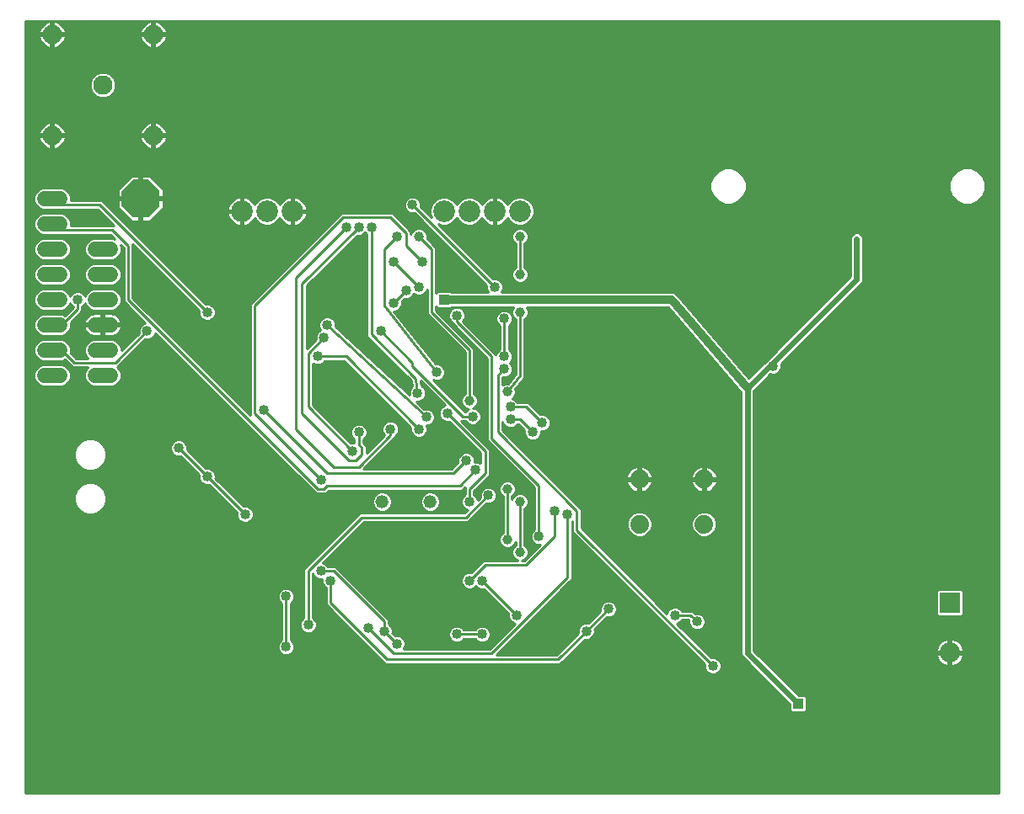
<source format=gbl>
G75*
%MOIN*%
%OFA0B0*%
%FSLAX25Y25*%
%IPPOS*%
%LPD*%
%AMOC8*
5,1,8,0,0,1.08239X$1,22.5*
%
%ADD10OC8,0.15000*%
%ADD11C,0.06000*%
%ADD12C,0.05200*%
%ADD13C,0.07400*%
%ADD14C,0.08600*%
%ADD15R,0.08000X0.08000*%
%ADD16C,0.08000*%
%ADD17C,0.07650*%
%ADD18C,0.01000*%
%ADD19C,0.04000*%
%ADD20C,0.03962*%
%ADD21R,0.03962X0.03962*%
%ADD22C,0.02400*%
%ADD23C,0.03200*%
D10*
X0051500Y0241500D03*
D11*
X0039500Y0221500D02*
X0033500Y0221500D01*
X0033500Y0211500D02*
X0039500Y0211500D01*
X0039500Y0201500D02*
X0033500Y0201500D01*
X0033500Y0191500D02*
X0039500Y0191500D01*
X0039500Y0181500D02*
X0033500Y0181500D01*
X0033500Y0171500D02*
X0039500Y0171500D01*
X0019500Y0171500D02*
X0013500Y0171500D01*
X0013500Y0181500D02*
X0019500Y0181500D01*
X0019500Y0191500D02*
X0013500Y0191500D01*
X0013500Y0201500D02*
X0019500Y0201500D01*
X0019500Y0211500D02*
X0013500Y0211500D01*
X0013500Y0221500D02*
X0019500Y0221500D01*
X0019500Y0231500D02*
X0013500Y0231500D01*
X0013500Y0241500D02*
X0019500Y0241500D01*
D12*
X0147000Y0121500D03*
X0166000Y0121500D03*
D13*
X0248700Y0112600D03*
X0248700Y0130400D03*
X0274300Y0130400D03*
X0274300Y0112600D03*
D14*
X0201500Y0236500D03*
X0191500Y0236500D03*
X0181500Y0236500D03*
X0171500Y0236500D03*
X0111500Y0236500D03*
X0101500Y0236500D03*
X0091500Y0236500D03*
D15*
X0371500Y0081500D03*
D16*
X0371500Y0061815D03*
D17*
X0056500Y0266500D03*
X0036500Y0286500D03*
X0016500Y0266500D03*
X0016500Y0306500D03*
X0056500Y0306500D03*
D18*
X0006000Y0311961D02*
X0006000Y0006000D01*
X0390701Y0006000D01*
X0390701Y0311961D01*
X0006000Y0311961D01*
X0006000Y0311039D02*
X0013687Y0311039D01*
X0013709Y0311054D02*
X0013031Y0310562D01*
X0012438Y0309969D01*
X0011946Y0309291D01*
X0011565Y0308544D01*
X0011306Y0307747D01*
X0011188Y0307000D01*
X0016000Y0307000D01*
X0016000Y0311812D01*
X0015253Y0311694D01*
X0014456Y0311435D01*
X0013709Y0311054D01*
X0012509Y0310040D02*
X0006000Y0310040D01*
X0006000Y0309041D02*
X0011819Y0309041D01*
X0011402Y0308043D02*
X0006000Y0308043D01*
X0006000Y0307044D02*
X0011195Y0307044D01*
X0011188Y0306000D02*
X0011306Y0305253D01*
X0011565Y0304456D01*
X0011946Y0303709D01*
X0012438Y0303031D01*
X0013031Y0302438D01*
X0013709Y0301946D01*
X0014456Y0301565D01*
X0015253Y0301306D01*
X0016000Y0301188D01*
X0016000Y0306000D01*
X0017000Y0306000D01*
X0017000Y0307000D01*
X0021812Y0307000D01*
X0021694Y0307747D01*
X0021435Y0308544D01*
X0021054Y0309291D01*
X0020562Y0309969D01*
X0019969Y0310562D01*
X0019291Y0311054D01*
X0018544Y0311435D01*
X0017747Y0311694D01*
X0017000Y0311812D01*
X0017000Y0307000D01*
X0016000Y0307000D01*
X0016000Y0306000D01*
X0011188Y0306000D01*
X0011373Y0305047D02*
X0006000Y0305047D01*
X0006000Y0304049D02*
X0011772Y0304049D01*
X0012424Y0303050D02*
X0006000Y0303050D01*
X0006000Y0302052D02*
X0013563Y0302052D01*
X0016000Y0302052D02*
X0017000Y0302052D01*
X0017000Y0301188D02*
X0017747Y0301306D01*
X0018544Y0301565D01*
X0019291Y0301946D01*
X0019969Y0302438D01*
X0020562Y0303031D01*
X0021054Y0303709D01*
X0021435Y0304456D01*
X0021694Y0305253D01*
X0021812Y0306000D01*
X0017000Y0306000D01*
X0017000Y0301188D01*
X0017000Y0303050D02*
X0016000Y0303050D01*
X0016000Y0304049D02*
X0017000Y0304049D01*
X0017000Y0305047D02*
X0016000Y0305047D01*
X0016000Y0306046D02*
X0006000Y0306046D01*
X0006000Y0301053D02*
X0390701Y0301053D01*
X0390701Y0300055D02*
X0006000Y0300055D01*
X0006000Y0299056D02*
X0390701Y0299056D01*
X0390701Y0298058D02*
X0006000Y0298058D01*
X0006000Y0297059D02*
X0390701Y0297059D01*
X0390701Y0296061D02*
X0006000Y0296061D01*
X0006000Y0295062D02*
X0390701Y0295062D01*
X0390701Y0294064D02*
X0006000Y0294064D01*
X0006000Y0293065D02*
X0390701Y0293065D01*
X0390701Y0292067D02*
X0006000Y0292067D01*
X0006000Y0291068D02*
X0034137Y0291068D01*
X0033597Y0290845D02*
X0032155Y0289403D01*
X0031375Y0287519D01*
X0031375Y0285481D01*
X0032155Y0283597D01*
X0033597Y0282155D01*
X0035481Y0281375D01*
X0037519Y0281375D01*
X0039403Y0282155D01*
X0040845Y0283597D01*
X0041625Y0285481D01*
X0041625Y0287519D01*
X0040845Y0289403D01*
X0039403Y0290845D01*
X0037519Y0291625D01*
X0035481Y0291625D01*
X0033597Y0290845D01*
X0032822Y0290070D02*
X0006000Y0290070D01*
X0006000Y0289071D02*
X0032018Y0289071D01*
X0031604Y0288073D02*
X0006000Y0288073D01*
X0006000Y0287074D02*
X0031375Y0287074D01*
X0031375Y0286076D02*
X0006000Y0286076D01*
X0006000Y0285077D02*
X0031542Y0285077D01*
X0031956Y0284079D02*
X0006000Y0284079D01*
X0006000Y0283080D02*
X0032672Y0283080D01*
X0033774Y0282082D02*
X0006000Y0282082D01*
X0006000Y0281083D02*
X0390701Y0281083D01*
X0390701Y0280085D02*
X0006000Y0280085D01*
X0006000Y0279086D02*
X0390701Y0279086D01*
X0390701Y0278088D02*
X0006000Y0278088D01*
X0006000Y0277089D02*
X0390701Y0277089D01*
X0390701Y0276091D02*
X0006000Y0276091D01*
X0006000Y0275092D02*
X0390701Y0275092D01*
X0390701Y0274094D02*
X0006000Y0274094D01*
X0006000Y0273095D02*
X0390701Y0273095D01*
X0390701Y0272097D02*
X0006000Y0272097D01*
X0006000Y0271098D02*
X0013795Y0271098D01*
X0013709Y0271054D02*
X0013031Y0270562D01*
X0012438Y0269969D01*
X0011946Y0269291D01*
X0011565Y0268544D01*
X0011306Y0267747D01*
X0011188Y0267000D01*
X0016000Y0267000D01*
X0016000Y0271812D01*
X0015253Y0271694D01*
X0014456Y0271435D01*
X0013709Y0271054D01*
X0012569Y0270100D02*
X0006000Y0270100D01*
X0006000Y0269101D02*
X0011849Y0269101D01*
X0011422Y0268103D02*
X0006000Y0268103D01*
X0006000Y0267104D02*
X0011204Y0267104D01*
X0011188Y0266000D02*
X0011306Y0265253D01*
X0011565Y0264456D01*
X0011946Y0263709D01*
X0012438Y0263031D01*
X0013031Y0262438D01*
X0013709Y0261946D01*
X0014456Y0261565D01*
X0015253Y0261306D01*
X0016000Y0261188D01*
X0016000Y0266000D01*
X0017000Y0266000D01*
X0017000Y0267000D01*
X0021812Y0267000D01*
X0021694Y0267747D01*
X0021435Y0268544D01*
X0021054Y0269291D01*
X0020562Y0269969D01*
X0019969Y0270562D01*
X0019291Y0271054D01*
X0018544Y0271435D01*
X0017747Y0271694D01*
X0017000Y0271812D01*
X0017000Y0267000D01*
X0016000Y0267000D01*
X0016000Y0266000D01*
X0011188Y0266000D01*
X0011354Y0265107D02*
X0006000Y0265107D01*
X0006000Y0266105D02*
X0016000Y0266105D01*
X0016000Y0265107D02*
X0017000Y0265107D01*
X0017000Y0266000D02*
X0017000Y0261188D01*
X0017747Y0261306D01*
X0018544Y0261565D01*
X0019291Y0261946D01*
X0019969Y0262438D01*
X0020562Y0263031D01*
X0021054Y0263709D01*
X0021435Y0264456D01*
X0021694Y0265253D01*
X0021812Y0266000D01*
X0017000Y0266000D01*
X0017000Y0266105D02*
X0056000Y0266105D01*
X0056000Y0266000D02*
X0051188Y0266000D01*
X0051306Y0265253D01*
X0051565Y0264456D01*
X0051946Y0263709D01*
X0052438Y0263031D01*
X0053031Y0262438D01*
X0053709Y0261946D01*
X0054456Y0261565D01*
X0055253Y0261306D01*
X0056000Y0261188D01*
X0056000Y0266000D01*
X0057000Y0266000D01*
X0057000Y0267000D01*
X0061812Y0267000D01*
X0061694Y0267747D01*
X0061435Y0268544D01*
X0061054Y0269291D01*
X0060562Y0269969D01*
X0059969Y0270562D01*
X0059291Y0271054D01*
X0058544Y0271435D01*
X0057747Y0271694D01*
X0057000Y0271812D01*
X0057000Y0267000D01*
X0056000Y0267000D01*
X0056000Y0271812D01*
X0055253Y0271694D01*
X0054456Y0271435D01*
X0053709Y0271054D01*
X0053031Y0270562D01*
X0052438Y0269969D01*
X0051946Y0269291D01*
X0051565Y0268544D01*
X0051306Y0267747D01*
X0051188Y0267000D01*
X0056000Y0267000D01*
X0056000Y0266000D01*
X0056000Y0265107D02*
X0057000Y0265107D01*
X0057000Y0266000D02*
X0057000Y0261188D01*
X0057747Y0261306D01*
X0058544Y0261565D01*
X0059291Y0261946D01*
X0059969Y0262438D01*
X0060562Y0263031D01*
X0061054Y0263709D01*
X0061435Y0264456D01*
X0061694Y0265253D01*
X0061812Y0266000D01*
X0057000Y0266000D01*
X0057000Y0266105D02*
X0390701Y0266105D01*
X0390701Y0265107D02*
X0061646Y0265107D01*
X0061258Y0264108D02*
X0390701Y0264108D01*
X0390701Y0263110D02*
X0060619Y0263110D01*
X0059519Y0262111D02*
X0390701Y0262111D01*
X0390701Y0261113D02*
X0006000Y0261113D01*
X0006000Y0262111D02*
X0013481Y0262111D01*
X0012381Y0263110D02*
X0006000Y0263110D01*
X0006000Y0264108D02*
X0011742Y0264108D01*
X0006000Y0260114D02*
X0390701Y0260114D01*
X0390701Y0259116D02*
X0006000Y0259116D01*
X0006000Y0258117D02*
X0390701Y0258117D01*
X0390701Y0257119D02*
X0006000Y0257119D01*
X0006000Y0256120D02*
X0390701Y0256120D01*
X0390701Y0255122D02*
X0006000Y0255122D01*
X0006000Y0254123D02*
X0390701Y0254123D01*
X0390701Y0253125D02*
X0381317Y0253125D01*
X0382461Y0252651D02*
X0379794Y0253756D01*
X0376907Y0253756D01*
X0374240Y0252651D01*
X0372199Y0250610D01*
X0371094Y0247943D01*
X0371094Y0245057D01*
X0372199Y0242390D01*
X0374240Y0240349D01*
X0376907Y0239244D01*
X0379794Y0239244D01*
X0382461Y0240349D01*
X0384502Y0242390D01*
X0385606Y0245057D01*
X0385606Y0247943D01*
X0384502Y0250610D01*
X0382461Y0252651D01*
X0382985Y0252126D02*
X0390701Y0252126D01*
X0390701Y0251128D02*
X0383984Y0251128D01*
X0384701Y0250129D02*
X0390701Y0250129D01*
X0390701Y0249131D02*
X0385114Y0249131D01*
X0385528Y0248132D02*
X0390701Y0248132D01*
X0390701Y0247134D02*
X0385606Y0247134D01*
X0385606Y0246135D02*
X0390701Y0246135D01*
X0390701Y0245137D02*
X0385606Y0245137D01*
X0385226Y0244138D02*
X0390701Y0244138D01*
X0390701Y0243140D02*
X0384812Y0243140D01*
X0384253Y0242141D02*
X0390701Y0242141D01*
X0390701Y0241143D02*
X0383255Y0241143D01*
X0381967Y0240144D02*
X0390701Y0240144D01*
X0390701Y0239146D02*
X0206466Y0239146D01*
X0206247Y0239672D02*
X0204672Y0241247D01*
X0202614Y0242100D01*
X0200386Y0242100D01*
X0198328Y0241247D01*
X0196753Y0239672D01*
X0196591Y0239283D01*
X0196461Y0239540D01*
X0195924Y0240278D01*
X0195278Y0240924D01*
X0194540Y0241461D01*
X0193726Y0241875D01*
X0192858Y0242157D01*
X0191956Y0242300D01*
X0191689Y0242300D01*
X0191689Y0236689D01*
X0191311Y0236689D01*
X0191311Y0242300D01*
X0191044Y0242300D01*
X0190142Y0242157D01*
X0189274Y0241875D01*
X0188460Y0241461D01*
X0187722Y0240924D01*
X0187076Y0240278D01*
X0186539Y0239540D01*
X0186409Y0239283D01*
X0186247Y0239672D01*
X0184672Y0241247D01*
X0182614Y0242100D01*
X0180386Y0242100D01*
X0178328Y0241247D01*
X0176753Y0239672D01*
X0176500Y0239062D01*
X0176247Y0239672D01*
X0174672Y0241247D01*
X0172614Y0242100D01*
X0170386Y0242100D01*
X0168328Y0241247D01*
X0166753Y0239672D01*
X0165900Y0237614D01*
X0165900Y0235386D01*
X0166424Y0234122D01*
X0162271Y0238274D01*
X0162300Y0238344D01*
X0162300Y0239656D01*
X0161798Y0240869D01*
X0160869Y0241798D01*
X0159656Y0242300D01*
X0158344Y0242300D01*
X0157131Y0241798D01*
X0156202Y0240869D01*
X0155700Y0239656D01*
X0155700Y0238344D01*
X0156202Y0237131D01*
X0157131Y0236202D01*
X0158344Y0235700D01*
X0159656Y0235700D01*
X0159726Y0235729D01*
X0188229Y0207226D01*
X0188200Y0207156D01*
X0188200Y0205844D01*
X0188702Y0204631D01*
X0188933Y0204400D01*
X0174401Y0204400D01*
X0174020Y0204781D01*
X0168980Y0204781D01*
X0168300Y0204101D01*
X0168300Y0222246D01*
X0167246Y0223300D01*
X0167246Y0223300D01*
X0164757Y0225789D01*
X0164781Y0225847D01*
X0164781Y0227153D01*
X0164282Y0228359D01*
X0163359Y0229282D01*
X0162153Y0229781D01*
X0160847Y0229781D01*
X0159641Y0229282D01*
X0158718Y0228359D01*
X0158300Y0227348D01*
X0158300Y0228496D01*
X0152050Y0234746D01*
X0150996Y0235800D01*
X0130754Y0235800D01*
X0095754Y0200800D01*
X0094700Y0199746D01*
X0094700Y0155846D01*
X0048300Y0202246D01*
X0048300Y0223404D01*
X0074479Y0197226D01*
X0074450Y0197156D01*
X0074450Y0195844D01*
X0074952Y0194631D01*
X0075881Y0193702D01*
X0077094Y0193200D01*
X0078406Y0193200D01*
X0079619Y0193702D01*
X0080548Y0194631D01*
X0081050Y0195844D01*
X0081050Y0197156D01*
X0080548Y0198369D01*
X0079619Y0199298D01*
X0078406Y0199800D01*
X0077094Y0199800D01*
X0077024Y0199771D01*
X0037050Y0239746D01*
X0035996Y0240800D01*
X0023800Y0240800D01*
X0023800Y0242355D01*
X0023145Y0243936D01*
X0021936Y0245145D01*
X0020355Y0245800D01*
X0012645Y0245800D01*
X0011064Y0245145D01*
X0009855Y0243936D01*
X0009200Y0242355D01*
X0009200Y0240645D01*
X0009855Y0239064D01*
X0011064Y0237855D01*
X0012645Y0237200D01*
X0034504Y0237200D01*
X0040904Y0230800D01*
X0023800Y0230800D01*
X0023800Y0232355D01*
X0023145Y0233936D01*
X0021936Y0235145D01*
X0020355Y0235800D01*
X0012645Y0235800D01*
X0011064Y0235145D01*
X0009855Y0233936D01*
X0009200Y0232355D01*
X0009200Y0230645D01*
X0009855Y0229064D01*
X0011064Y0227855D01*
X0012645Y0227200D01*
X0039504Y0227200D01*
X0041293Y0225412D01*
X0040355Y0225800D01*
X0032645Y0225800D01*
X0031064Y0225145D01*
X0029855Y0223936D01*
X0029200Y0222355D01*
X0029200Y0220645D01*
X0029855Y0219064D01*
X0031064Y0217855D01*
X0032645Y0217200D01*
X0040355Y0217200D01*
X0041936Y0217855D01*
X0043145Y0219064D01*
X0043800Y0220645D01*
X0043800Y0222355D01*
X0043412Y0223293D01*
X0044700Y0222004D01*
X0044700Y0200754D01*
X0045754Y0199700D01*
X0053210Y0192245D01*
X0052131Y0191798D01*
X0051202Y0190869D01*
X0050700Y0189656D01*
X0050700Y0188344D01*
X0050729Y0188274D01*
X0043800Y0181346D01*
X0043800Y0182355D01*
X0043145Y0183936D01*
X0041936Y0185145D01*
X0040355Y0185800D01*
X0032645Y0185800D01*
X0031064Y0185145D01*
X0029855Y0183936D01*
X0029200Y0182355D01*
X0029200Y0180645D01*
X0029855Y0179064D01*
X0030619Y0178300D01*
X0025996Y0178300D01*
X0023756Y0180539D01*
X0023800Y0180645D01*
X0023800Y0182355D01*
X0023145Y0183936D01*
X0021936Y0185145D01*
X0020355Y0185800D01*
X0012645Y0185800D01*
X0011064Y0185145D01*
X0009855Y0183936D01*
X0009200Y0182355D01*
X0009200Y0180645D01*
X0009855Y0179064D01*
X0011064Y0177855D01*
X0012645Y0177200D01*
X0020355Y0177200D01*
X0021521Y0177683D01*
X0024504Y0174700D01*
X0030619Y0174700D01*
X0029855Y0173936D01*
X0029200Y0172355D01*
X0029200Y0170645D01*
X0029855Y0169064D01*
X0031064Y0167855D01*
X0032645Y0167200D01*
X0040355Y0167200D01*
X0041936Y0167855D01*
X0043145Y0169064D01*
X0043800Y0170645D01*
X0043800Y0172355D01*
X0043145Y0173936D01*
X0042313Y0174768D01*
X0043300Y0175754D01*
X0053274Y0185729D01*
X0053344Y0185700D01*
X0054656Y0185700D01*
X0055869Y0186202D01*
X0056798Y0187131D01*
X0057245Y0188210D01*
X0120754Y0124700D01*
X0124746Y0124700D01*
X0125800Y0125754D01*
X0125996Y0125950D01*
X0178496Y0125950D01*
X0179550Y0127004D01*
X0179700Y0127154D01*
X0179700Y0124326D01*
X0179631Y0124298D01*
X0178702Y0123369D01*
X0178200Y0122156D01*
X0178200Y0120844D01*
X0178702Y0119631D01*
X0179631Y0118702D01*
X0180710Y0118255D01*
X0179504Y0117050D01*
X0138254Y0117050D01*
X0137200Y0115996D01*
X0115950Y0094746D01*
X0115950Y0075576D01*
X0115881Y0075548D01*
X0114952Y0074619D01*
X0114450Y0073406D01*
X0114450Y0072094D01*
X0114952Y0070881D01*
X0115881Y0069952D01*
X0117094Y0069450D01*
X0118406Y0069450D01*
X0119619Y0069952D01*
X0120548Y0070881D01*
X0121050Y0072094D01*
X0121050Y0073406D01*
X0120548Y0074619D01*
X0119619Y0075548D01*
X0119550Y0075576D01*
X0119550Y0093102D01*
X0119952Y0092131D01*
X0120881Y0091202D01*
X0122094Y0090700D01*
X0123200Y0090700D01*
X0123200Y0089594D01*
X0123702Y0088381D01*
X0124631Y0087452D01*
X0124700Y0087424D01*
X0124700Y0080754D01*
X0147200Y0058254D01*
X0148254Y0057200D01*
X0217246Y0057200D01*
X0227024Y0066979D01*
X0227094Y0066950D01*
X0228406Y0066950D01*
X0229619Y0067452D01*
X0230548Y0068381D01*
X0231050Y0069594D01*
X0231050Y0070906D01*
X0231021Y0070976D01*
X0235774Y0075729D01*
X0235844Y0075700D01*
X0237156Y0075700D01*
X0238369Y0076202D01*
X0239298Y0077131D01*
X0239800Y0078344D01*
X0239800Y0079656D01*
X0239298Y0080869D01*
X0238369Y0081798D01*
X0237156Y0082300D01*
X0235844Y0082300D01*
X0234631Y0081798D01*
X0233702Y0080869D01*
X0233200Y0079656D01*
X0233200Y0078344D01*
X0233229Y0078274D01*
X0228476Y0073521D01*
X0228406Y0073550D01*
X0227094Y0073550D01*
X0225881Y0073048D01*
X0224952Y0072119D01*
X0224450Y0070906D01*
X0224450Y0069594D01*
X0224479Y0069524D01*
X0215754Y0060800D01*
X0192096Y0060800D01*
X0220996Y0089700D01*
X0222050Y0090754D01*
X0222050Y0113674D01*
X0222119Y0113702D01*
X0222200Y0113783D01*
X0222200Y0109504D01*
X0223254Y0108450D01*
X0274479Y0057226D01*
X0274450Y0057156D01*
X0274450Y0055844D01*
X0274952Y0054631D01*
X0275881Y0053702D01*
X0277094Y0053200D01*
X0278406Y0053200D01*
X0279619Y0053702D01*
X0280548Y0054631D01*
X0281050Y0055844D01*
X0281050Y0057156D01*
X0280548Y0058369D01*
X0279619Y0059298D01*
X0278406Y0059800D01*
X0277094Y0059800D01*
X0277024Y0059771D01*
X0263540Y0073255D01*
X0264619Y0073702D01*
X0265548Y0074631D01*
X0265576Y0074700D01*
X0268218Y0074700D01*
X0268200Y0074656D01*
X0268200Y0073344D01*
X0268702Y0072131D01*
X0269631Y0071202D01*
X0270844Y0070700D01*
X0272156Y0070700D01*
X0273369Y0071202D01*
X0274298Y0072131D01*
X0274800Y0073344D01*
X0274800Y0074656D01*
X0274298Y0075869D01*
X0273369Y0076798D01*
X0272156Y0077300D01*
X0270844Y0077300D01*
X0270774Y0077271D01*
X0269746Y0078300D01*
X0265576Y0078300D01*
X0265548Y0078369D01*
X0264619Y0079298D01*
X0263406Y0079800D01*
X0262094Y0079800D01*
X0260881Y0079298D01*
X0259952Y0078369D01*
X0259505Y0077290D01*
X0225800Y0110996D01*
X0225800Y0118496D01*
X0194550Y0149746D01*
X0194550Y0153102D01*
X0194952Y0152131D01*
X0195881Y0151202D01*
X0197094Y0150700D01*
X0198406Y0150700D01*
X0199619Y0151202D01*
X0200548Y0152131D01*
X0200576Y0152200D01*
X0200754Y0152200D01*
X0203229Y0149726D01*
X0203200Y0149656D01*
X0203200Y0148344D01*
X0203702Y0147131D01*
X0204631Y0146202D01*
X0205844Y0145700D01*
X0207156Y0145700D01*
X0208369Y0146202D01*
X0209298Y0147131D01*
X0209800Y0148344D01*
X0209800Y0149450D01*
X0210906Y0149450D01*
X0212119Y0149952D01*
X0213048Y0150881D01*
X0213550Y0152094D01*
X0213550Y0153406D01*
X0213048Y0154619D01*
X0212119Y0155548D01*
X0210906Y0156050D01*
X0209594Y0156050D01*
X0209524Y0156021D01*
X0205800Y0159746D01*
X0204746Y0160800D01*
X0200576Y0160800D01*
X0200548Y0160869D01*
X0199619Y0161798D01*
X0198430Y0162290D01*
X0199282Y0163141D01*
X0199781Y0164347D01*
X0199781Y0165653D01*
X0199603Y0166082D01*
X0202855Y0170310D01*
X0203300Y0170754D01*
X0203300Y0170888D01*
X0203381Y0170993D01*
X0203300Y0171617D01*
X0203300Y0193694D01*
X0203359Y0193718D01*
X0204282Y0194641D01*
X0204781Y0195847D01*
X0204781Y0197153D01*
X0204282Y0198359D01*
X0204040Y0198600D01*
X0260166Y0198600D01*
X0289000Y0164961D01*
X0289000Y0061003D01*
X0289381Y0060084D01*
X0290084Y0059381D01*
X0308219Y0041246D01*
X0308219Y0038980D01*
X0308980Y0038219D01*
X0314020Y0038219D01*
X0314781Y0038980D01*
X0314781Y0044020D01*
X0314020Y0044781D01*
X0311754Y0044781D01*
X0294000Y0062536D01*
X0294000Y0165018D01*
X0294347Y0165702D01*
X0294356Y0165821D01*
X0300590Y0172055D01*
X0300844Y0171950D01*
X0302156Y0171950D01*
X0303369Y0172452D01*
X0304298Y0173381D01*
X0304800Y0174594D01*
X0304800Y0175906D01*
X0304695Y0176160D01*
X0336066Y0207530D01*
X0336769Y0208233D01*
X0337150Y0209152D01*
X0337150Y0226033D01*
X0336769Y0226952D01*
X0336066Y0227655D01*
X0335147Y0228035D01*
X0334152Y0228035D01*
X0333233Y0227655D01*
X0332530Y0226952D01*
X0332150Y0226033D01*
X0332150Y0210685D01*
X0298756Y0177291D01*
X0291925Y0170460D01*
X0264002Y0203037D01*
X0263958Y0203143D01*
X0263629Y0203472D01*
X0263326Y0203825D01*
X0263224Y0203877D01*
X0263143Y0203958D01*
X0262713Y0204137D01*
X0262298Y0204347D01*
X0262183Y0204356D01*
X0262077Y0204400D01*
X0261611Y0204400D01*
X0261147Y0204436D01*
X0261038Y0204400D01*
X0194067Y0204400D01*
X0194298Y0204631D01*
X0194800Y0205844D01*
X0194800Y0207156D01*
X0194298Y0208369D01*
X0193369Y0209298D01*
X0192156Y0209800D01*
X0190844Y0209800D01*
X0190774Y0209771D01*
X0169122Y0231424D01*
X0170386Y0230900D01*
X0172614Y0230900D01*
X0174672Y0231753D01*
X0176247Y0233328D01*
X0176500Y0233938D01*
X0176753Y0233328D01*
X0178328Y0231753D01*
X0180386Y0230900D01*
X0182614Y0230900D01*
X0184672Y0231753D01*
X0186247Y0233328D01*
X0186409Y0233717D01*
X0186539Y0233460D01*
X0187076Y0232722D01*
X0187722Y0232076D01*
X0188460Y0231539D01*
X0189274Y0231125D01*
X0190142Y0230843D01*
X0191044Y0230700D01*
X0191311Y0230700D01*
X0191311Y0236311D01*
X0191689Y0236311D01*
X0191689Y0230700D01*
X0191956Y0230700D01*
X0192858Y0230843D01*
X0193726Y0231125D01*
X0194540Y0231539D01*
X0195278Y0232076D01*
X0195924Y0232722D01*
X0196461Y0233460D01*
X0196591Y0233717D01*
X0196753Y0233328D01*
X0198328Y0231753D01*
X0200386Y0230900D01*
X0202614Y0230900D01*
X0204672Y0231753D01*
X0206247Y0233328D01*
X0207100Y0235386D01*
X0207100Y0237614D01*
X0206247Y0239672D01*
X0205775Y0240144D02*
X0280246Y0240144D01*
X0279752Y0240349D02*
X0282419Y0239244D01*
X0285305Y0239244D01*
X0287972Y0240349D01*
X0290013Y0242390D01*
X0291118Y0245057D01*
X0291118Y0247943D01*
X0290013Y0250610D01*
X0287972Y0252651D01*
X0285305Y0253756D01*
X0282419Y0253756D01*
X0279752Y0252651D01*
X0277711Y0250610D01*
X0276606Y0247943D01*
X0276606Y0245057D01*
X0277711Y0242390D01*
X0279752Y0240349D01*
X0278958Y0241143D02*
X0204777Y0241143D01*
X0206879Y0238147D02*
X0390701Y0238147D01*
X0390701Y0237149D02*
X0207100Y0237149D01*
X0207100Y0236150D02*
X0390701Y0236150D01*
X0390701Y0235152D02*
X0207003Y0235152D01*
X0206589Y0234153D02*
X0390701Y0234153D01*
X0390701Y0233155D02*
X0206074Y0233155D01*
X0205076Y0232156D02*
X0390701Y0232156D01*
X0390701Y0231158D02*
X0203236Y0231158D01*
X0202153Y0229781D02*
X0200847Y0229781D01*
X0199641Y0229282D01*
X0198718Y0228359D01*
X0198219Y0227153D01*
X0198219Y0225847D01*
X0198718Y0224641D01*
X0199641Y0223718D01*
X0199700Y0223694D01*
X0199700Y0214306D01*
X0199641Y0214282D01*
X0198718Y0213359D01*
X0198219Y0212153D01*
X0198219Y0210847D01*
X0198718Y0209641D01*
X0199641Y0208718D01*
X0200847Y0208219D01*
X0202153Y0208219D01*
X0203359Y0208718D01*
X0204282Y0209641D01*
X0204781Y0210847D01*
X0204781Y0212153D01*
X0204282Y0213359D01*
X0203359Y0214282D01*
X0203300Y0214306D01*
X0203300Y0223694D01*
X0203359Y0223718D01*
X0204282Y0224641D01*
X0204781Y0225847D01*
X0204781Y0227153D01*
X0204282Y0228359D01*
X0203359Y0229282D01*
X0202153Y0229781D01*
X0203480Y0229161D02*
X0390701Y0229161D01*
X0390701Y0230159D02*
X0170386Y0230159D01*
X0169764Y0231158D02*
X0169388Y0231158D01*
X0171385Y0229161D02*
X0199520Y0229161D01*
X0198637Y0228162D02*
X0172384Y0228162D01*
X0173382Y0227164D02*
X0198223Y0227164D01*
X0198219Y0226165D02*
X0174381Y0226165D01*
X0175379Y0225167D02*
X0198501Y0225167D01*
X0199192Y0224168D02*
X0176378Y0224168D01*
X0177376Y0223170D02*
X0199700Y0223170D01*
X0199700Y0222171D02*
X0178375Y0222171D01*
X0179373Y0221172D02*
X0199700Y0221172D01*
X0199700Y0220174D02*
X0180372Y0220174D01*
X0181370Y0219175D02*
X0199700Y0219175D01*
X0199700Y0218177D02*
X0182369Y0218177D01*
X0183367Y0217178D02*
X0199700Y0217178D01*
X0199700Y0216180D02*
X0184366Y0216180D01*
X0185364Y0215181D02*
X0199700Y0215181D01*
X0199543Y0214183D02*
X0186363Y0214183D01*
X0187361Y0213184D02*
X0198646Y0213184D01*
X0198233Y0212186D02*
X0188360Y0212186D01*
X0189358Y0211187D02*
X0198219Y0211187D01*
X0198492Y0210189D02*
X0190357Y0210189D01*
X0193477Y0209190D02*
X0199169Y0209190D01*
X0201500Y0211500D02*
X0201500Y0226500D01*
X0203808Y0224168D02*
X0332150Y0224168D01*
X0332150Y0223170D02*
X0203300Y0223170D01*
X0203300Y0222171D02*
X0332150Y0222171D01*
X0332150Y0221172D02*
X0203300Y0221172D01*
X0203300Y0220174D02*
X0332150Y0220174D01*
X0332150Y0219175D02*
X0203300Y0219175D01*
X0203300Y0218177D02*
X0332150Y0218177D01*
X0332150Y0217178D02*
X0203300Y0217178D01*
X0203300Y0216180D02*
X0332150Y0216180D01*
X0332150Y0215181D02*
X0203300Y0215181D01*
X0203457Y0214183D02*
X0332150Y0214183D01*
X0332150Y0213184D02*
X0204354Y0213184D01*
X0204767Y0212186D02*
X0332150Y0212186D01*
X0332150Y0211187D02*
X0204781Y0211187D01*
X0204508Y0210189D02*
X0331653Y0210189D01*
X0330655Y0209190D02*
X0203831Y0209190D01*
X0194785Y0207193D02*
X0328658Y0207193D01*
X0327659Y0206195D02*
X0194800Y0206195D01*
X0194532Y0205196D02*
X0326661Y0205196D01*
X0325662Y0204198D02*
X0262592Y0204198D01*
X0263902Y0203199D02*
X0324664Y0203199D01*
X0323665Y0202201D02*
X0264719Y0202201D01*
X0265575Y0201202D02*
X0322667Y0201202D01*
X0321668Y0200204D02*
X0266431Y0200204D01*
X0267286Y0199205D02*
X0320670Y0199205D01*
X0319671Y0198207D02*
X0268142Y0198207D01*
X0268998Y0197208D02*
X0318673Y0197208D01*
X0317674Y0196210D02*
X0269854Y0196210D01*
X0270710Y0195211D02*
X0316676Y0195211D01*
X0315677Y0194213D02*
X0271566Y0194213D01*
X0272422Y0193214D02*
X0314679Y0193214D01*
X0313680Y0192216D02*
X0273278Y0192216D01*
X0274133Y0191217D02*
X0312682Y0191217D01*
X0311683Y0190219D02*
X0274989Y0190219D01*
X0275845Y0189220D02*
X0310685Y0189220D01*
X0309686Y0188222D02*
X0276701Y0188222D01*
X0277557Y0187223D02*
X0308688Y0187223D01*
X0307689Y0186225D02*
X0278413Y0186225D01*
X0279269Y0185226D02*
X0306691Y0185226D01*
X0305692Y0184228D02*
X0280124Y0184228D01*
X0280980Y0183229D02*
X0304694Y0183229D01*
X0303695Y0182231D02*
X0281836Y0182231D01*
X0282692Y0181232D02*
X0302697Y0181232D01*
X0301698Y0180234D02*
X0283548Y0180234D01*
X0284404Y0179235D02*
X0300699Y0179235D01*
X0299701Y0178237D02*
X0285260Y0178237D01*
X0286116Y0177238D02*
X0298702Y0177238D01*
X0297704Y0176239D02*
X0286971Y0176239D01*
X0287827Y0175241D02*
X0296705Y0175241D01*
X0295707Y0174242D02*
X0288683Y0174242D01*
X0289539Y0173244D02*
X0294708Y0173244D01*
X0293710Y0172245D02*
X0290395Y0172245D01*
X0291251Y0171247D02*
X0292711Y0171247D01*
X0295788Y0167253D02*
X0390701Y0167253D01*
X0390701Y0168251D02*
X0296787Y0168251D01*
X0297785Y0169250D02*
X0390701Y0169250D01*
X0390701Y0170248D02*
X0298784Y0170248D01*
X0299782Y0171247D02*
X0390701Y0171247D01*
X0390701Y0172245D02*
X0302870Y0172245D01*
X0304161Y0173244D02*
X0390701Y0173244D01*
X0390701Y0174242D02*
X0304655Y0174242D01*
X0304800Y0175241D02*
X0390701Y0175241D01*
X0390701Y0176239D02*
X0304775Y0176239D01*
X0305774Y0177238D02*
X0390701Y0177238D01*
X0390701Y0178237D02*
X0306772Y0178237D01*
X0307771Y0179235D02*
X0390701Y0179235D01*
X0390701Y0180234D02*
X0308769Y0180234D01*
X0309768Y0181232D02*
X0390701Y0181232D01*
X0390701Y0182231D02*
X0310766Y0182231D01*
X0311765Y0183229D02*
X0390701Y0183229D01*
X0390701Y0184228D02*
X0312763Y0184228D01*
X0313762Y0185226D02*
X0390701Y0185226D01*
X0390701Y0186225D02*
X0314760Y0186225D01*
X0315759Y0187223D02*
X0390701Y0187223D01*
X0390701Y0188222D02*
X0316757Y0188222D01*
X0317756Y0189220D02*
X0390701Y0189220D01*
X0390701Y0190219D02*
X0318754Y0190219D01*
X0319753Y0191217D02*
X0390701Y0191217D01*
X0390701Y0192216D02*
X0320751Y0192216D01*
X0321750Y0193214D02*
X0390701Y0193214D01*
X0390701Y0194213D02*
X0322748Y0194213D01*
X0323747Y0195211D02*
X0390701Y0195211D01*
X0390701Y0196210D02*
X0324745Y0196210D01*
X0325744Y0197208D02*
X0390701Y0197208D01*
X0390701Y0198207D02*
X0326742Y0198207D01*
X0327741Y0199205D02*
X0390701Y0199205D01*
X0390701Y0200204D02*
X0328739Y0200204D01*
X0329738Y0201202D02*
X0390701Y0201202D01*
X0390701Y0202201D02*
X0330736Y0202201D01*
X0331735Y0203199D02*
X0390701Y0203199D01*
X0390701Y0204198D02*
X0332733Y0204198D01*
X0333732Y0205196D02*
X0390701Y0205196D01*
X0390701Y0206195D02*
X0334730Y0206195D01*
X0335729Y0207193D02*
X0390701Y0207193D01*
X0390701Y0208192D02*
X0336727Y0208192D01*
X0337150Y0209190D02*
X0390701Y0209190D01*
X0390701Y0210189D02*
X0337150Y0210189D01*
X0337150Y0211187D02*
X0390701Y0211187D01*
X0390701Y0212186D02*
X0337150Y0212186D01*
X0337150Y0213184D02*
X0390701Y0213184D01*
X0390701Y0214183D02*
X0337150Y0214183D01*
X0337150Y0215181D02*
X0390701Y0215181D01*
X0390701Y0216180D02*
X0337150Y0216180D01*
X0337150Y0217178D02*
X0390701Y0217178D01*
X0390701Y0218177D02*
X0337150Y0218177D01*
X0337150Y0219175D02*
X0390701Y0219175D01*
X0390701Y0220174D02*
X0337150Y0220174D01*
X0337150Y0221172D02*
X0390701Y0221172D01*
X0390701Y0222171D02*
X0337150Y0222171D01*
X0337150Y0223170D02*
X0390701Y0223170D01*
X0390701Y0224168D02*
X0337150Y0224168D01*
X0337150Y0225167D02*
X0390701Y0225167D01*
X0390701Y0226165D02*
X0337095Y0226165D01*
X0336557Y0227164D02*
X0390701Y0227164D01*
X0390701Y0228162D02*
X0204363Y0228162D01*
X0204777Y0227164D02*
X0332742Y0227164D01*
X0332204Y0226165D02*
X0204781Y0226165D01*
X0204499Y0225167D02*
X0332150Y0225167D01*
X0329656Y0208192D02*
X0194371Y0208192D01*
X0191500Y0206500D02*
X0159000Y0239000D01*
X0155902Y0240144D02*
X0116022Y0240144D01*
X0115924Y0240278D02*
X0115278Y0240924D01*
X0114540Y0241461D01*
X0113726Y0241875D01*
X0112858Y0242157D01*
X0111956Y0242300D01*
X0111689Y0242300D01*
X0111689Y0236689D01*
X0111311Y0236689D01*
X0111311Y0242300D01*
X0111044Y0242300D01*
X0110142Y0242157D01*
X0109274Y0241875D01*
X0108460Y0241461D01*
X0107722Y0240924D01*
X0107076Y0240278D01*
X0106539Y0239540D01*
X0106409Y0239283D01*
X0106247Y0239672D01*
X0104672Y0241247D01*
X0102614Y0242100D01*
X0100386Y0242100D01*
X0098328Y0241247D01*
X0096753Y0239672D01*
X0096591Y0239283D01*
X0096461Y0239540D01*
X0095924Y0240278D01*
X0095278Y0240924D01*
X0094540Y0241461D01*
X0093726Y0241875D01*
X0092858Y0242157D01*
X0091956Y0242300D01*
X0091689Y0242300D01*
X0091689Y0236689D01*
X0091311Y0236689D01*
X0091311Y0242300D01*
X0091044Y0242300D01*
X0090142Y0242157D01*
X0089274Y0241875D01*
X0088460Y0241461D01*
X0087722Y0240924D01*
X0087076Y0240278D01*
X0086539Y0239540D01*
X0086125Y0238726D01*
X0085843Y0237858D01*
X0085700Y0236956D01*
X0085700Y0236689D01*
X0091311Y0236689D01*
X0091311Y0236311D01*
X0091689Y0236311D01*
X0091689Y0230700D01*
X0091956Y0230700D01*
X0092858Y0230843D01*
X0093726Y0231125D01*
X0094540Y0231539D01*
X0095278Y0232076D01*
X0095924Y0232722D01*
X0096461Y0233460D01*
X0096591Y0233717D01*
X0096753Y0233328D01*
X0098328Y0231753D01*
X0100386Y0230900D01*
X0102614Y0230900D01*
X0104672Y0231753D01*
X0106247Y0233328D01*
X0106409Y0233717D01*
X0106539Y0233460D01*
X0107076Y0232722D01*
X0107722Y0232076D01*
X0108460Y0231539D01*
X0109274Y0231125D01*
X0110142Y0230843D01*
X0111044Y0230700D01*
X0111311Y0230700D01*
X0111311Y0236311D01*
X0111689Y0236311D01*
X0111689Y0236689D01*
X0117300Y0236689D01*
X0117300Y0236956D01*
X0117157Y0237858D01*
X0116875Y0238726D01*
X0116461Y0239540D01*
X0115924Y0240278D01*
X0114977Y0241143D02*
X0156476Y0241143D01*
X0157960Y0242141D02*
X0112907Y0242141D01*
X0111689Y0242141D02*
X0111311Y0242141D01*
X0111311Y0241143D02*
X0111689Y0241143D01*
X0111689Y0240144D02*
X0111311Y0240144D01*
X0111311Y0239146D02*
X0111689Y0239146D01*
X0111689Y0238147D02*
X0111311Y0238147D01*
X0111311Y0237149D02*
X0111689Y0237149D01*
X0111689Y0236311D02*
X0117300Y0236311D01*
X0117300Y0236044D01*
X0117157Y0235142D01*
X0116875Y0234274D01*
X0116461Y0233460D01*
X0115924Y0232722D01*
X0115278Y0232076D01*
X0114540Y0231539D01*
X0113726Y0231125D01*
X0112858Y0230843D01*
X0111956Y0230700D01*
X0111689Y0230700D01*
X0111689Y0236311D01*
X0111689Y0236150D02*
X0111311Y0236150D01*
X0111311Y0235152D02*
X0111689Y0235152D01*
X0111689Y0234153D02*
X0111311Y0234153D01*
X0111311Y0233155D02*
X0111689Y0233155D01*
X0111689Y0232156D02*
X0111311Y0232156D01*
X0111311Y0231158D02*
X0111689Y0231158D01*
X0113791Y0231158D02*
X0126112Y0231158D01*
X0127111Y0232156D02*
X0115359Y0232156D01*
X0116239Y0233155D02*
X0128109Y0233155D01*
X0129108Y0234153D02*
X0116814Y0234153D01*
X0117159Y0235152D02*
X0130106Y0235152D01*
X0131500Y0234000D02*
X0096500Y0199000D01*
X0096500Y0156500D01*
X0122750Y0130250D01*
X0125250Y0127750D02*
X0124000Y0126500D01*
X0121500Y0126500D01*
X0046500Y0201500D01*
X0046500Y0222750D01*
X0040250Y0229000D01*
X0019000Y0229000D01*
X0016500Y0231500D01*
X0021921Y0235152D02*
X0036553Y0235152D01*
X0035554Y0236150D02*
X0006000Y0236150D01*
X0006000Y0235152D02*
X0011079Y0235152D01*
X0010072Y0234153D02*
X0006000Y0234153D01*
X0006000Y0233155D02*
X0009531Y0233155D01*
X0009200Y0232156D02*
X0006000Y0232156D01*
X0006000Y0231158D02*
X0009200Y0231158D01*
X0009401Y0230159D02*
X0006000Y0230159D01*
X0006000Y0229161D02*
X0009815Y0229161D01*
X0010757Y0228162D02*
X0006000Y0228162D01*
X0006000Y0227164D02*
X0039541Y0227164D01*
X0040539Y0226165D02*
X0006000Y0226165D01*
X0006000Y0225167D02*
X0011115Y0225167D01*
X0011064Y0225145D02*
X0009855Y0223936D01*
X0009200Y0222355D01*
X0009200Y0220645D01*
X0009855Y0219064D01*
X0011064Y0217855D01*
X0012645Y0217200D01*
X0020355Y0217200D01*
X0021936Y0217855D01*
X0023145Y0219064D01*
X0023800Y0220645D01*
X0023800Y0222355D01*
X0023145Y0223936D01*
X0021936Y0225145D01*
X0020355Y0225800D01*
X0012645Y0225800D01*
X0011064Y0225145D01*
X0010087Y0224168D02*
X0006000Y0224168D01*
X0006000Y0223170D02*
X0009537Y0223170D01*
X0009200Y0222171D02*
X0006000Y0222171D01*
X0006000Y0221172D02*
X0009200Y0221172D01*
X0009395Y0220174D02*
X0006000Y0220174D01*
X0006000Y0219175D02*
X0009809Y0219175D01*
X0010742Y0218177D02*
X0006000Y0218177D01*
X0006000Y0217178D02*
X0044700Y0217178D01*
X0044700Y0216180D02*
X0006000Y0216180D01*
X0006000Y0215181D02*
X0011151Y0215181D01*
X0011064Y0215145D02*
X0009855Y0213936D01*
X0009200Y0212355D01*
X0009200Y0210645D01*
X0009855Y0209064D01*
X0011064Y0207855D01*
X0012645Y0207200D01*
X0020355Y0207200D01*
X0021936Y0207855D01*
X0023145Y0209064D01*
X0023800Y0210645D01*
X0023800Y0212355D01*
X0023145Y0213936D01*
X0021936Y0215145D01*
X0020355Y0215800D01*
X0012645Y0215800D01*
X0011064Y0215145D01*
X0010102Y0214183D02*
X0006000Y0214183D01*
X0006000Y0213184D02*
X0009543Y0213184D01*
X0009200Y0212186D02*
X0006000Y0212186D01*
X0006000Y0211187D02*
X0009200Y0211187D01*
X0009389Y0210189D02*
X0006000Y0210189D01*
X0006000Y0209190D02*
X0009802Y0209190D01*
X0010727Y0208192D02*
X0006000Y0208192D01*
X0006000Y0207193D02*
X0044700Y0207193D01*
X0044700Y0206195D02*
X0006000Y0206195D01*
X0006000Y0205196D02*
X0011187Y0205196D01*
X0011064Y0205145D02*
X0009855Y0203936D01*
X0009200Y0202355D01*
X0009200Y0200645D01*
X0009855Y0199064D01*
X0011064Y0197855D01*
X0012645Y0197200D01*
X0020355Y0197200D01*
X0021936Y0197855D01*
X0023145Y0199064D01*
X0023541Y0200020D01*
X0023702Y0199631D01*
X0024631Y0198702D01*
X0024700Y0198674D01*
X0024700Y0198496D01*
X0021521Y0195317D01*
X0020355Y0195800D01*
X0012645Y0195800D01*
X0011064Y0195145D01*
X0009855Y0193936D01*
X0009200Y0192355D01*
X0009200Y0190645D01*
X0009855Y0189064D01*
X0011064Y0187855D01*
X0012645Y0187200D01*
X0020355Y0187200D01*
X0021936Y0187855D01*
X0023145Y0189064D01*
X0023800Y0190645D01*
X0023800Y0192355D01*
X0023756Y0192461D01*
X0028300Y0197004D01*
X0028300Y0198674D01*
X0028369Y0198702D01*
X0029298Y0199631D01*
X0029459Y0200020D01*
X0029855Y0199064D01*
X0031064Y0197855D01*
X0032645Y0197200D01*
X0040355Y0197200D01*
X0041936Y0197855D01*
X0043145Y0199064D01*
X0043800Y0200645D01*
X0043800Y0202355D01*
X0043145Y0203936D01*
X0041936Y0205145D01*
X0040355Y0205800D01*
X0032645Y0205800D01*
X0031064Y0205145D01*
X0029855Y0203936D01*
X0029459Y0202980D01*
X0029298Y0203369D01*
X0028369Y0204298D01*
X0027156Y0204800D01*
X0025844Y0204800D01*
X0024631Y0204298D01*
X0023702Y0203369D01*
X0023541Y0202980D01*
X0023145Y0203936D01*
X0021936Y0205145D01*
X0020355Y0205800D01*
X0012645Y0205800D01*
X0011064Y0205145D01*
X0010117Y0204198D02*
X0006000Y0204198D01*
X0006000Y0203199D02*
X0009550Y0203199D01*
X0009200Y0202201D02*
X0006000Y0202201D01*
X0006000Y0201202D02*
X0009200Y0201202D01*
X0009383Y0200204D02*
X0006000Y0200204D01*
X0006000Y0199205D02*
X0009796Y0199205D01*
X0010712Y0198207D02*
X0006000Y0198207D01*
X0006000Y0197208D02*
X0012625Y0197208D01*
X0011223Y0195211D02*
X0006000Y0195211D01*
X0006000Y0194213D02*
X0010132Y0194213D01*
X0009556Y0193214D02*
X0006000Y0193214D01*
X0006000Y0192216D02*
X0009200Y0192216D01*
X0009200Y0191217D02*
X0006000Y0191217D01*
X0006000Y0190219D02*
X0009376Y0190219D01*
X0009790Y0189220D02*
X0006000Y0189220D01*
X0006000Y0188222D02*
X0010697Y0188222D01*
X0012589Y0187223D02*
X0006000Y0187223D01*
X0006000Y0186225D02*
X0048679Y0186225D01*
X0049678Y0187223D02*
X0040899Y0187223D01*
X0041227Y0187330D02*
X0041859Y0187651D01*
X0042432Y0188068D01*
X0042932Y0188568D01*
X0043349Y0189141D01*
X0043670Y0189773D01*
X0043889Y0190446D01*
X0043977Y0191000D01*
X0037000Y0191000D01*
X0037000Y0192000D01*
X0036000Y0192000D01*
X0036000Y0196000D01*
X0033146Y0196000D01*
X0032446Y0195889D01*
X0031773Y0195670D01*
X0031141Y0195349D01*
X0030568Y0194932D01*
X0030068Y0194432D01*
X0029651Y0193859D01*
X0029330Y0193227D01*
X0029111Y0192554D01*
X0029023Y0192000D01*
X0036000Y0192000D01*
X0036000Y0191000D01*
X0037000Y0191000D01*
X0037000Y0187000D01*
X0039854Y0187000D01*
X0040554Y0187111D01*
X0041227Y0187330D01*
X0042586Y0188222D02*
X0050676Y0188222D01*
X0050700Y0189220D02*
X0043389Y0189220D01*
X0043815Y0190219D02*
X0050933Y0190219D01*
X0051550Y0191217D02*
X0037000Y0191217D01*
X0037000Y0192000D02*
X0043977Y0192000D01*
X0043889Y0192554D01*
X0043670Y0193227D01*
X0043349Y0193859D01*
X0042932Y0194432D01*
X0042432Y0194932D01*
X0041859Y0195349D01*
X0041227Y0195670D01*
X0040554Y0195889D01*
X0039854Y0196000D01*
X0037000Y0196000D01*
X0037000Y0192000D01*
X0037000Y0192216D02*
X0036000Y0192216D01*
X0036000Y0193214D02*
X0037000Y0193214D01*
X0037000Y0194213D02*
X0036000Y0194213D01*
X0036000Y0195211D02*
X0037000Y0195211D01*
X0040375Y0197208D02*
X0048246Y0197208D01*
X0049245Y0196210D02*
X0027505Y0196210D01*
X0028300Y0197208D02*
X0032625Y0197208D01*
X0030712Y0198207D02*
X0028300Y0198207D01*
X0028872Y0199205D02*
X0029796Y0199205D01*
X0026500Y0197750D02*
X0020250Y0191500D01*
X0016500Y0191500D01*
X0020375Y0197208D02*
X0023413Y0197208D01*
X0024411Y0198207D02*
X0022288Y0198207D01*
X0023204Y0199205D02*
X0024128Y0199205D01*
X0026500Y0197750D02*
X0026500Y0201500D01*
X0023632Y0203199D02*
X0023450Y0203199D01*
X0022883Y0204198D02*
X0024531Y0204198D01*
X0021813Y0205196D02*
X0031187Y0205196D01*
X0030117Y0204198D02*
X0028469Y0204198D01*
X0029368Y0203199D02*
X0029550Y0203199D01*
X0031064Y0207855D02*
X0032645Y0207200D01*
X0040355Y0207200D01*
X0041936Y0207855D01*
X0043145Y0209064D01*
X0043800Y0210645D01*
X0043800Y0212355D01*
X0043145Y0213936D01*
X0041936Y0215145D01*
X0040355Y0215800D01*
X0032645Y0215800D01*
X0031064Y0215145D01*
X0029855Y0213936D01*
X0029200Y0212355D01*
X0029200Y0210645D01*
X0029855Y0209064D01*
X0031064Y0207855D01*
X0030727Y0208192D02*
X0022273Y0208192D01*
X0023198Y0209190D02*
X0029802Y0209190D01*
X0029389Y0210189D02*
X0023611Y0210189D01*
X0023800Y0211187D02*
X0029200Y0211187D01*
X0029200Y0212186D02*
X0023800Y0212186D01*
X0023457Y0213184D02*
X0029543Y0213184D01*
X0030102Y0214183D02*
X0022898Y0214183D01*
X0021849Y0215181D02*
X0031151Y0215181D01*
X0030742Y0218177D02*
X0022258Y0218177D01*
X0023191Y0219175D02*
X0029809Y0219175D01*
X0029395Y0220174D02*
X0023605Y0220174D01*
X0023800Y0221172D02*
X0029200Y0221172D01*
X0029200Y0222171D02*
X0023800Y0222171D01*
X0023463Y0223170D02*
X0029537Y0223170D01*
X0030087Y0224168D02*
X0022913Y0224168D01*
X0021885Y0225167D02*
X0031115Y0225167D01*
X0023800Y0231158D02*
X0040547Y0231158D01*
X0039548Y0232156D02*
X0023800Y0232156D01*
X0023469Y0233155D02*
X0038550Y0233155D01*
X0037551Y0234153D02*
X0022928Y0234153D01*
X0019000Y0239000D02*
X0016500Y0241500D01*
X0019000Y0239000D02*
X0035250Y0239000D01*
X0077750Y0196500D01*
X0080788Y0195211D02*
X0094700Y0195211D01*
X0094700Y0194213D02*
X0080130Y0194213D01*
X0078441Y0193214D02*
X0094700Y0193214D01*
X0094700Y0192216D02*
X0058330Y0192216D01*
X0057331Y0193214D02*
X0077059Y0193214D01*
X0075370Y0194213D02*
X0056333Y0194213D01*
X0055334Y0195211D02*
X0074712Y0195211D01*
X0074450Y0196210D02*
X0054336Y0196210D01*
X0053337Y0197208D02*
X0074471Y0197208D01*
X0073498Y0198207D02*
X0052339Y0198207D01*
X0051340Y0199205D02*
X0072499Y0199205D01*
X0071501Y0200204D02*
X0050342Y0200204D01*
X0049343Y0201202D02*
X0070502Y0201202D01*
X0069504Y0202201D02*
X0048345Y0202201D01*
X0048300Y0203199D02*
X0068505Y0203199D01*
X0067507Y0204198D02*
X0048300Y0204198D01*
X0048300Y0205196D02*
X0066508Y0205196D01*
X0065510Y0206195D02*
X0048300Y0206195D01*
X0048300Y0207193D02*
X0064511Y0207193D01*
X0063513Y0208192D02*
X0048300Y0208192D01*
X0048300Y0209190D02*
X0062514Y0209190D01*
X0061516Y0210189D02*
X0048300Y0210189D01*
X0048300Y0211187D02*
X0060517Y0211187D01*
X0059519Y0212186D02*
X0048300Y0212186D01*
X0048300Y0213184D02*
X0058520Y0213184D01*
X0057522Y0214183D02*
X0048300Y0214183D01*
X0048300Y0215181D02*
X0056523Y0215181D01*
X0055524Y0216180D02*
X0048300Y0216180D01*
X0048300Y0217178D02*
X0054526Y0217178D01*
X0053527Y0218177D02*
X0048300Y0218177D01*
X0048300Y0219175D02*
X0052529Y0219175D01*
X0051530Y0220174D02*
X0048300Y0220174D01*
X0048300Y0221172D02*
X0050532Y0221172D01*
X0049533Y0222171D02*
X0048300Y0222171D01*
X0048300Y0223170D02*
X0048535Y0223170D01*
X0050631Y0226165D02*
X0121119Y0226165D01*
X0120121Y0225167D02*
X0051629Y0225167D01*
X0052628Y0224168D02*
X0119122Y0224168D01*
X0118124Y0223170D02*
X0053626Y0223170D01*
X0054625Y0222171D02*
X0117125Y0222171D01*
X0116127Y0221172D02*
X0055623Y0221172D01*
X0056622Y0220174D02*
X0115128Y0220174D01*
X0114130Y0219175D02*
X0057620Y0219175D01*
X0058619Y0218177D02*
X0113131Y0218177D01*
X0112133Y0217178D02*
X0059617Y0217178D01*
X0060616Y0216180D02*
X0111134Y0216180D01*
X0110136Y0215181D02*
X0061614Y0215181D01*
X0062613Y0214183D02*
X0109137Y0214183D01*
X0108139Y0213184D02*
X0063611Y0213184D01*
X0064610Y0212186D02*
X0107140Y0212186D01*
X0106142Y0211187D02*
X0065608Y0211187D01*
X0066607Y0210189D02*
X0105143Y0210189D01*
X0104145Y0209190D02*
X0067605Y0209190D01*
X0068604Y0208192D02*
X0103146Y0208192D01*
X0102148Y0207193D02*
X0069602Y0207193D01*
X0070601Y0206195D02*
X0101149Y0206195D01*
X0100151Y0205196D02*
X0071599Y0205196D01*
X0072598Y0204198D02*
X0099152Y0204198D01*
X0098154Y0203199D02*
X0073596Y0203199D01*
X0074595Y0202201D02*
X0097155Y0202201D01*
X0096157Y0201202D02*
X0075593Y0201202D01*
X0076592Y0200204D02*
X0095158Y0200204D01*
X0094700Y0199205D02*
X0079712Y0199205D01*
X0080615Y0198207D02*
X0094700Y0198207D01*
X0094700Y0197208D02*
X0081029Y0197208D01*
X0081050Y0196210D02*
X0094700Y0196210D01*
X0094700Y0191217D02*
X0059328Y0191217D01*
X0060327Y0190219D02*
X0094700Y0190219D01*
X0094700Y0189220D02*
X0061325Y0189220D01*
X0062324Y0188222D02*
X0094700Y0188222D01*
X0094700Y0187223D02*
X0063322Y0187223D01*
X0064321Y0186225D02*
X0094700Y0186225D01*
X0094700Y0185226D02*
X0065319Y0185226D01*
X0066318Y0184228D02*
X0094700Y0184228D01*
X0094700Y0183229D02*
X0067317Y0183229D01*
X0068315Y0182231D02*
X0094700Y0182231D01*
X0094700Y0181232D02*
X0069314Y0181232D01*
X0070312Y0180234D02*
X0094700Y0180234D01*
X0094700Y0179235D02*
X0071311Y0179235D01*
X0072309Y0178237D02*
X0094700Y0178237D01*
X0094700Y0177238D02*
X0073308Y0177238D01*
X0074306Y0176239D02*
X0094700Y0176239D01*
X0094700Y0175241D02*
X0075305Y0175241D01*
X0076303Y0174242D02*
X0094700Y0174242D01*
X0094700Y0173244D02*
X0077302Y0173244D01*
X0078300Y0172245D02*
X0094700Y0172245D01*
X0094700Y0171247D02*
X0079299Y0171247D01*
X0080297Y0170248D02*
X0094700Y0170248D01*
X0094700Y0169250D02*
X0081296Y0169250D01*
X0082294Y0168251D02*
X0094700Y0168251D01*
X0094700Y0167253D02*
X0083293Y0167253D01*
X0084291Y0166254D02*
X0094700Y0166254D01*
X0094700Y0165256D02*
X0085290Y0165256D01*
X0086288Y0164257D02*
X0094700Y0164257D01*
X0094700Y0163259D02*
X0087287Y0163259D01*
X0088285Y0162260D02*
X0094700Y0162260D01*
X0094700Y0161262D02*
X0089284Y0161262D01*
X0090282Y0160263D02*
X0094700Y0160263D01*
X0094700Y0159265D02*
X0091281Y0159265D01*
X0092279Y0158266D02*
X0094700Y0158266D01*
X0094700Y0157268D02*
X0093278Y0157268D01*
X0094276Y0156269D02*
X0094700Y0156269D01*
X0092181Y0153274D02*
X0006000Y0153274D01*
X0006000Y0154272D02*
X0091182Y0154272D01*
X0090184Y0155271D02*
X0006000Y0155271D01*
X0006000Y0156269D02*
X0089185Y0156269D01*
X0088187Y0157268D02*
X0006000Y0157268D01*
X0006000Y0158266D02*
X0087188Y0158266D01*
X0086190Y0159265D02*
X0006000Y0159265D01*
X0006000Y0160263D02*
X0085191Y0160263D01*
X0084193Y0161262D02*
X0006000Y0161262D01*
X0006000Y0162260D02*
X0083194Y0162260D01*
X0082196Y0163259D02*
X0006000Y0163259D01*
X0006000Y0164257D02*
X0081197Y0164257D01*
X0080199Y0165256D02*
X0006000Y0165256D01*
X0006000Y0166254D02*
X0079200Y0166254D01*
X0078202Y0167253D02*
X0040483Y0167253D01*
X0042333Y0168251D02*
X0077203Y0168251D01*
X0076205Y0169250D02*
X0043222Y0169250D01*
X0043636Y0170248D02*
X0075206Y0170248D01*
X0074207Y0171247D02*
X0043800Y0171247D01*
X0043800Y0172245D02*
X0073209Y0172245D01*
X0072210Y0173244D02*
X0043432Y0173244D01*
X0042839Y0174242D02*
X0071212Y0174242D01*
X0070213Y0175241D02*
X0042787Y0175241D01*
X0043785Y0176239D02*
X0069215Y0176239D01*
X0068216Y0177238D02*
X0044784Y0177238D01*
X0045782Y0178237D02*
X0067218Y0178237D01*
X0066219Y0179235D02*
X0046781Y0179235D01*
X0047779Y0180234D02*
X0065221Y0180234D01*
X0064222Y0181232D02*
X0048778Y0181232D01*
X0049776Y0182231D02*
X0063224Y0182231D01*
X0062225Y0183229D02*
X0050775Y0183229D01*
X0051773Y0184228D02*
X0061227Y0184228D01*
X0060228Y0185226D02*
X0052772Y0185226D01*
X0055891Y0186225D02*
X0059230Y0186225D01*
X0058231Y0187223D02*
X0056836Y0187223D01*
X0054000Y0189000D02*
X0041500Y0176500D01*
X0025250Y0176500D01*
X0020250Y0181500D01*
X0016500Y0181500D01*
X0020447Y0177238D02*
X0021966Y0177238D01*
X0022965Y0176239D02*
X0006000Y0176239D01*
X0006000Y0175241D02*
X0011295Y0175241D01*
X0011064Y0175145D02*
X0009855Y0173936D01*
X0009200Y0172355D01*
X0009200Y0170645D01*
X0009855Y0169064D01*
X0011064Y0167855D01*
X0012645Y0167200D01*
X0020355Y0167200D01*
X0021936Y0167855D01*
X0023145Y0169064D01*
X0023800Y0170645D01*
X0023800Y0172355D01*
X0023145Y0173936D01*
X0021936Y0175145D01*
X0020355Y0175800D01*
X0012645Y0175800D01*
X0011064Y0175145D01*
X0010161Y0174242D02*
X0006000Y0174242D01*
X0006000Y0173244D02*
X0009568Y0173244D01*
X0009200Y0172245D02*
X0006000Y0172245D01*
X0006000Y0171247D02*
X0009200Y0171247D01*
X0009364Y0170248D02*
X0006000Y0170248D01*
X0006000Y0169250D02*
X0009778Y0169250D01*
X0010667Y0168251D02*
X0006000Y0168251D01*
X0006000Y0167253D02*
X0012517Y0167253D01*
X0020483Y0167253D02*
X0032517Y0167253D01*
X0030667Y0168251D02*
X0022333Y0168251D01*
X0023222Y0169250D02*
X0029778Y0169250D01*
X0029364Y0170248D02*
X0023636Y0170248D01*
X0023800Y0171247D02*
X0029200Y0171247D01*
X0029200Y0172245D02*
X0023800Y0172245D01*
X0023432Y0173244D02*
X0029568Y0173244D01*
X0030161Y0174242D02*
X0022839Y0174242D01*
X0023963Y0175241D02*
X0021705Y0175241D01*
X0025061Y0179235D02*
X0029784Y0179235D01*
X0029370Y0180234D02*
X0024062Y0180234D01*
X0023800Y0181232D02*
X0029200Y0181232D01*
X0029200Y0182231D02*
X0023800Y0182231D01*
X0023438Y0183229D02*
X0029562Y0183229D01*
X0030146Y0184228D02*
X0022854Y0184228D01*
X0021741Y0185226D02*
X0031259Y0185226D01*
X0031773Y0187330D02*
X0032446Y0187111D01*
X0033146Y0187000D01*
X0036000Y0187000D01*
X0036000Y0191000D01*
X0029023Y0191000D01*
X0029111Y0190446D01*
X0029330Y0189773D01*
X0029651Y0189141D01*
X0030068Y0188568D01*
X0030568Y0188068D01*
X0031141Y0187651D01*
X0031773Y0187330D01*
X0032101Y0187223D02*
X0020411Y0187223D01*
X0022303Y0188222D02*
X0030414Y0188222D01*
X0029611Y0189220D02*
X0023210Y0189220D01*
X0023624Y0190219D02*
X0029185Y0190219D01*
X0029057Y0192216D02*
X0023800Y0192216D01*
X0023800Y0191217D02*
X0036000Y0191217D01*
X0036000Y0190219D02*
X0037000Y0190219D01*
X0037000Y0189220D02*
X0036000Y0189220D01*
X0036000Y0188222D02*
X0037000Y0188222D01*
X0037000Y0187223D02*
X0036000Y0187223D01*
X0041741Y0185226D02*
X0047681Y0185226D01*
X0046682Y0184228D02*
X0042854Y0184228D01*
X0043438Y0183229D02*
X0045683Y0183229D01*
X0044685Y0182231D02*
X0043800Y0182231D01*
X0043943Y0192216D02*
X0053140Y0192216D01*
X0052240Y0193214D02*
X0043675Y0193214D01*
X0043091Y0194213D02*
X0051242Y0194213D01*
X0050243Y0195211D02*
X0042048Y0195211D01*
X0042288Y0198207D02*
X0047248Y0198207D01*
X0046249Y0199205D02*
X0043204Y0199205D01*
X0043617Y0200204D02*
X0045251Y0200204D01*
X0044700Y0201202D02*
X0043800Y0201202D01*
X0043800Y0202201D02*
X0044700Y0202201D01*
X0044700Y0203199D02*
X0043450Y0203199D01*
X0042883Y0204198D02*
X0044700Y0204198D01*
X0044700Y0205196D02*
X0041813Y0205196D01*
X0042273Y0208192D02*
X0044700Y0208192D01*
X0044700Y0209190D02*
X0043198Y0209190D01*
X0043611Y0210189D02*
X0044700Y0210189D01*
X0044700Y0211187D02*
X0043800Y0211187D01*
X0043800Y0212186D02*
X0044700Y0212186D01*
X0044700Y0213184D02*
X0043457Y0213184D01*
X0042898Y0214183D02*
X0044700Y0214183D01*
X0044700Y0215181D02*
X0041849Y0215181D01*
X0042258Y0218177D02*
X0044700Y0218177D01*
X0044700Y0219175D02*
X0043191Y0219175D01*
X0043605Y0220174D02*
X0044700Y0220174D01*
X0044700Y0221172D02*
X0043800Y0221172D01*
X0043800Y0222171D02*
X0044533Y0222171D01*
X0043535Y0223170D02*
X0043463Y0223170D01*
X0048633Y0228162D02*
X0123116Y0228162D01*
X0122118Y0227164D02*
X0049632Y0227164D01*
X0047635Y0229161D02*
X0124115Y0229161D01*
X0125114Y0230159D02*
X0046636Y0230159D01*
X0045638Y0231158D02*
X0089209Y0231158D01*
X0089274Y0231125D02*
X0090142Y0230843D01*
X0091044Y0230700D01*
X0091311Y0230700D01*
X0091311Y0236311D01*
X0085700Y0236311D01*
X0085700Y0236044D01*
X0085843Y0235142D01*
X0086125Y0234274D01*
X0086539Y0233460D01*
X0087076Y0232722D01*
X0087722Y0232076D01*
X0088460Y0231539D01*
X0089274Y0231125D01*
X0087641Y0232156D02*
X0044639Y0232156D01*
X0043641Y0233155D02*
X0047117Y0233155D01*
X0047772Y0232500D02*
X0042500Y0237772D01*
X0042500Y0241000D01*
X0051000Y0241000D01*
X0052000Y0241000D01*
X0052000Y0242000D01*
X0060500Y0242000D01*
X0060500Y0245228D01*
X0055228Y0250500D01*
X0052000Y0250500D01*
X0052000Y0242000D01*
X0051000Y0242000D01*
X0051000Y0250500D01*
X0047772Y0250500D01*
X0042500Y0245228D01*
X0042500Y0242000D01*
X0051000Y0242000D01*
X0051000Y0241000D01*
X0051000Y0232500D01*
X0047772Y0232500D01*
X0046119Y0234153D02*
X0042642Y0234153D01*
X0041644Y0235152D02*
X0045120Y0235152D01*
X0044122Y0236150D02*
X0040645Y0236150D01*
X0039647Y0237149D02*
X0043123Y0237149D01*
X0042500Y0238147D02*
X0038648Y0238147D01*
X0037650Y0239146D02*
X0042500Y0239146D01*
X0042500Y0240144D02*
X0036651Y0240144D01*
X0037050Y0239746D02*
X0037050Y0239746D01*
X0034556Y0237149D02*
X0006000Y0237149D01*
X0006000Y0238147D02*
X0010772Y0238147D01*
X0009821Y0239146D02*
X0006000Y0239146D01*
X0006000Y0240144D02*
X0009407Y0240144D01*
X0009200Y0241143D02*
X0006000Y0241143D01*
X0006000Y0242141D02*
X0009200Y0242141D01*
X0009525Y0243140D02*
X0006000Y0243140D01*
X0006000Y0244138D02*
X0010057Y0244138D01*
X0011056Y0245137D02*
X0006000Y0245137D01*
X0006000Y0246135D02*
X0043407Y0246135D01*
X0042500Y0245137D02*
X0021944Y0245137D01*
X0022943Y0244138D02*
X0042500Y0244138D01*
X0042500Y0243140D02*
X0023475Y0243140D01*
X0023800Y0242141D02*
X0042500Y0242141D01*
X0044406Y0247134D02*
X0006000Y0247134D01*
X0006000Y0248132D02*
X0045404Y0248132D01*
X0046403Y0249131D02*
X0006000Y0249131D01*
X0006000Y0250129D02*
X0047401Y0250129D01*
X0051000Y0250129D02*
X0052000Y0250129D01*
X0052000Y0249131D02*
X0051000Y0249131D01*
X0051000Y0248132D02*
X0052000Y0248132D01*
X0052000Y0247134D02*
X0051000Y0247134D01*
X0051000Y0246135D02*
X0052000Y0246135D01*
X0052000Y0245137D02*
X0051000Y0245137D01*
X0051000Y0244138D02*
X0052000Y0244138D01*
X0052000Y0243140D02*
X0051000Y0243140D01*
X0051000Y0242141D02*
X0052000Y0242141D01*
X0052000Y0241143D02*
X0088023Y0241143D01*
X0086978Y0240144D02*
X0060500Y0240144D01*
X0060500Y0241000D02*
X0052000Y0241000D01*
X0052000Y0232500D01*
X0055228Y0232500D01*
X0060500Y0237772D01*
X0060500Y0241000D01*
X0060500Y0242141D02*
X0090093Y0242141D01*
X0091311Y0242141D02*
X0091689Y0242141D01*
X0091689Y0241143D02*
X0091311Y0241143D01*
X0091311Y0240144D02*
X0091689Y0240144D01*
X0091689Y0239146D02*
X0091311Y0239146D01*
X0091311Y0238147D02*
X0091689Y0238147D01*
X0091689Y0237149D02*
X0091311Y0237149D01*
X0091311Y0236150D02*
X0091689Y0236150D01*
X0091689Y0235152D02*
X0091311Y0235152D01*
X0091311Y0234153D02*
X0091689Y0234153D01*
X0091689Y0233155D02*
X0091311Y0233155D01*
X0091311Y0232156D02*
X0091689Y0232156D01*
X0091689Y0231158D02*
X0091311Y0231158D01*
X0093791Y0231158D02*
X0099764Y0231158D01*
X0097924Y0232156D02*
X0095359Y0232156D01*
X0096239Y0233155D02*
X0096926Y0233155D01*
X0103236Y0231158D02*
X0109209Y0231158D01*
X0107641Y0232156D02*
X0105076Y0232156D01*
X0106074Y0233155D02*
X0106761Y0233155D01*
X0106978Y0240144D02*
X0105775Y0240144D01*
X0104777Y0241143D02*
X0108023Y0241143D01*
X0110093Y0242141D02*
X0092907Y0242141D01*
X0094977Y0241143D02*
X0098223Y0241143D01*
X0097225Y0240144D02*
X0096022Y0240144D01*
X0086339Y0239146D02*
X0060500Y0239146D01*
X0060500Y0238147D02*
X0085937Y0238147D01*
X0085730Y0237149D02*
X0059877Y0237149D01*
X0058878Y0236150D02*
X0085700Y0236150D01*
X0085841Y0235152D02*
X0057880Y0235152D01*
X0056881Y0234153D02*
X0086186Y0234153D01*
X0086761Y0233155D02*
X0055883Y0233155D01*
X0052000Y0233155D02*
X0051000Y0233155D01*
X0051000Y0234153D02*
X0052000Y0234153D01*
X0052000Y0235152D02*
X0051000Y0235152D01*
X0051000Y0236150D02*
X0052000Y0236150D01*
X0052000Y0237149D02*
X0051000Y0237149D01*
X0051000Y0238147D02*
X0052000Y0238147D01*
X0052000Y0239146D02*
X0051000Y0239146D01*
X0051000Y0240144D02*
X0052000Y0240144D01*
X0051000Y0241143D02*
X0023800Y0241143D01*
X0006000Y0251128D02*
X0278229Y0251128D01*
X0277512Y0250129D02*
X0055599Y0250129D01*
X0056597Y0249131D02*
X0277098Y0249131D01*
X0276685Y0248132D02*
X0057596Y0248132D01*
X0058594Y0247134D02*
X0276606Y0247134D01*
X0276606Y0246135D02*
X0059593Y0246135D01*
X0060500Y0245137D02*
X0276606Y0245137D01*
X0276987Y0244138D02*
X0060500Y0244138D01*
X0060500Y0243140D02*
X0277400Y0243140D01*
X0277960Y0242141D02*
X0192907Y0242141D01*
X0191689Y0242141D02*
X0191311Y0242141D01*
X0191311Y0241143D02*
X0191689Y0241143D01*
X0191689Y0240144D02*
X0191311Y0240144D01*
X0191311Y0239146D02*
X0191689Y0239146D01*
X0191689Y0238147D02*
X0191311Y0238147D01*
X0191311Y0237149D02*
X0191689Y0237149D01*
X0191689Y0236150D02*
X0191311Y0236150D01*
X0191311Y0235152D02*
X0191689Y0235152D01*
X0191689Y0234153D02*
X0191311Y0234153D01*
X0191311Y0233155D02*
X0191689Y0233155D01*
X0191689Y0232156D02*
X0191311Y0232156D01*
X0191311Y0231158D02*
X0191689Y0231158D01*
X0193791Y0231158D02*
X0199764Y0231158D01*
X0197924Y0232156D02*
X0195359Y0232156D01*
X0196239Y0233155D02*
X0196926Y0233155D01*
X0197225Y0240144D02*
X0196022Y0240144D01*
X0194977Y0241143D02*
X0198223Y0241143D01*
X0190093Y0242141D02*
X0160040Y0242141D01*
X0161524Y0241143D02*
X0168223Y0241143D01*
X0167225Y0240144D02*
X0162098Y0240144D01*
X0162300Y0239146D02*
X0166534Y0239146D01*
X0166121Y0238147D02*
X0162398Y0238147D01*
X0163397Y0237149D02*
X0165900Y0237149D01*
X0165900Y0236150D02*
X0164395Y0236150D01*
X0165394Y0235152D02*
X0165997Y0235152D01*
X0166392Y0234153D02*
X0166411Y0234153D01*
X0164297Y0231158D02*
X0155638Y0231158D01*
X0154639Y0232156D02*
X0163298Y0232156D01*
X0162300Y0233155D02*
X0153641Y0233155D01*
X0152642Y0234153D02*
X0161301Y0234153D01*
X0160303Y0235152D02*
X0151644Y0235152D01*
X0150250Y0234000D02*
X0131500Y0234000D01*
X0132750Y0230250D02*
X0112750Y0210250D01*
X0112750Y0150250D01*
X0127750Y0135250D01*
X0137750Y0135250D01*
X0150250Y0147750D01*
X0150250Y0150250D01*
X0153550Y0150278D02*
X0158200Y0150278D01*
X0158200Y0150906D02*
X0158200Y0149594D01*
X0158702Y0148381D01*
X0159631Y0147452D01*
X0160844Y0146950D01*
X0162156Y0146950D01*
X0163369Y0147452D01*
X0164298Y0148381D01*
X0164800Y0149594D01*
X0164800Y0150906D01*
X0164471Y0151700D01*
X0165156Y0151700D01*
X0166369Y0152202D01*
X0167298Y0153131D01*
X0167800Y0154344D01*
X0167800Y0155656D01*
X0167298Y0156869D01*
X0166369Y0157798D01*
X0165156Y0158300D01*
X0163844Y0158300D01*
X0163671Y0158229D01*
X0160476Y0161200D01*
X0161656Y0161200D01*
X0162869Y0161702D01*
X0163798Y0162631D01*
X0164300Y0163844D01*
X0164300Y0165156D01*
X0163798Y0166369D01*
X0162869Y0167298D01*
X0162426Y0167481D01*
X0162157Y0169548D01*
X0171960Y0159745D01*
X0170881Y0159298D01*
X0169952Y0158369D01*
X0169450Y0157156D01*
X0169450Y0155844D01*
X0169952Y0154631D01*
X0170881Y0153702D01*
X0172094Y0153200D01*
X0173406Y0153200D01*
X0173476Y0153229D01*
X0185950Y0140754D01*
X0185950Y0136717D01*
X0185869Y0136798D01*
X0184656Y0137300D01*
X0183550Y0137300D01*
X0183550Y0138406D01*
X0183048Y0139619D01*
X0182119Y0140548D01*
X0180906Y0141050D01*
X0179594Y0141050D01*
X0178381Y0140548D01*
X0177452Y0139619D01*
X0176950Y0138406D01*
X0176950Y0137094D01*
X0176979Y0137024D01*
X0174504Y0134550D01*
X0139596Y0134550D01*
X0152050Y0147004D01*
X0152050Y0147424D01*
X0152119Y0147452D01*
X0153048Y0148381D01*
X0153550Y0149594D01*
X0153550Y0150906D01*
X0153048Y0152119D01*
X0152119Y0153048D01*
X0150906Y0153550D01*
X0149594Y0153550D01*
X0148381Y0153048D01*
X0147452Y0152119D01*
X0146950Y0150906D01*
X0146950Y0149594D01*
X0147452Y0148381D01*
X0147894Y0147939D01*
X0140800Y0140846D01*
X0140800Y0143496D01*
X0139746Y0144550D01*
X0139550Y0144746D01*
X0139550Y0146174D01*
X0139619Y0146202D01*
X0140548Y0147131D01*
X0141050Y0148344D01*
X0141050Y0149656D01*
X0140548Y0150869D01*
X0139619Y0151798D01*
X0138406Y0152300D01*
X0137094Y0152300D01*
X0135881Y0151798D01*
X0134952Y0150869D01*
X0134450Y0149656D01*
X0134450Y0148344D01*
X0134952Y0147131D01*
X0135881Y0146202D01*
X0135950Y0146174D01*
X0135950Y0144782D01*
X0135906Y0144800D01*
X0134594Y0144800D01*
X0134524Y0144771D01*
X0119550Y0159746D01*
X0119550Y0176283D01*
X0119631Y0176202D01*
X0120844Y0175700D01*
X0122156Y0175700D01*
X0123369Y0176202D01*
X0124298Y0177131D01*
X0124326Y0177200D01*
X0132004Y0177200D01*
X0158229Y0150976D01*
X0158200Y0150906D01*
X0157928Y0151277D02*
X0153397Y0151277D01*
X0152892Y0152275D02*
X0156929Y0152275D01*
X0155931Y0153274D02*
X0151573Y0153274D01*
X0148927Y0153274D02*
X0126022Y0153274D01*
X0125023Y0154272D02*
X0154932Y0154272D01*
X0153934Y0155271D02*
X0124025Y0155271D01*
X0123026Y0156269D02*
X0152935Y0156269D01*
X0151937Y0157268D02*
X0122028Y0157268D01*
X0121029Y0158266D02*
X0150938Y0158266D01*
X0149940Y0159265D02*
X0120031Y0159265D01*
X0119550Y0160263D02*
X0148941Y0160263D01*
X0147943Y0161262D02*
X0119550Y0161262D01*
X0119550Y0162260D02*
X0146944Y0162260D01*
X0145946Y0163259D02*
X0119550Y0163259D01*
X0119550Y0164257D02*
X0144947Y0164257D01*
X0143949Y0165256D02*
X0119550Y0165256D01*
X0119550Y0166254D02*
X0142950Y0166254D01*
X0141952Y0167253D02*
X0119550Y0167253D01*
X0119550Y0168251D02*
X0140953Y0168251D01*
X0139955Y0169250D02*
X0119550Y0169250D01*
X0119550Y0170248D02*
X0138956Y0170248D01*
X0137957Y0171247D02*
X0119550Y0171247D01*
X0119550Y0172245D02*
X0136959Y0172245D01*
X0135960Y0173244D02*
X0119550Y0173244D01*
X0119550Y0174242D02*
X0134962Y0174242D01*
X0133963Y0175241D02*
X0119550Y0175241D01*
X0119550Y0176239D02*
X0119594Y0176239D01*
X0121500Y0179000D02*
X0132750Y0179000D01*
X0161500Y0150250D01*
X0164800Y0150278D02*
X0176426Y0150278D01*
X0175428Y0151277D02*
X0164647Y0151277D01*
X0164670Y0149280D02*
X0177425Y0149280D01*
X0178423Y0148281D02*
X0164198Y0148281D01*
X0162959Y0147283D02*
X0179422Y0147283D01*
X0180420Y0146284D02*
X0151330Y0146284D01*
X0152050Y0147283D02*
X0160040Y0147283D01*
X0158802Y0148281D02*
X0152948Y0148281D01*
X0153420Y0149280D02*
X0158330Y0149280D01*
X0164500Y0155000D02*
X0125250Y0191500D01*
X0122209Y0190219D02*
X0117050Y0190219D01*
X0117050Y0191217D02*
X0121950Y0191217D01*
X0121950Y0190844D02*
X0122452Y0189631D01*
X0122594Y0189489D01*
X0122131Y0189298D01*
X0121202Y0188369D01*
X0120700Y0187156D01*
X0120700Y0185844D01*
X0120729Y0185774D01*
X0117050Y0182096D01*
X0117050Y0207004D01*
X0137024Y0226979D01*
X0137094Y0226950D01*
X0138406Y0226950D01*
X0139619Y0227452D01*
X0140250Y0228083D01*
X0140881Y0227452D01*
X0140950Y0227424D01*
X0140950Y0187004D01*
X0142004Y0185950D01*
X0158544Y0169410D01*
X0158856Y0167023D01*
X0158202Y0166369D01*
X0157700Y0165156D01*
X0157700Y0163844D01*
X0157742Y0163743D01*
X0128550Y0190889D01*
X0128550Y0192156D01*
X0128048Y0193369D01*
X0127119Y0194298D01*
X0125906Y0194800D01*
X0124594Y0194800D01*
X0123381Y0194298D01*
X0122452Y0193369D01*
X0121950Y0192156D01*
X0121950Y0190844D01*
X0121975Y0192216D02*
X0117050Y0192216D01*
X0117050Y0193214D02*
X0122388Y0193214D01*
X0123296Y0194213D02*
X0117050Y0194213D01*
X0117050Y0195211D02*
X0140950Y0195211D01*
X0140950Y0194213D02*
X0127204Y0194213D01*
X0128112Y0193214D02*
X0140950Y0193214D01*
X0140950Y0192216D02*
X0128525Y0192216D01*
X0128550Y0191217D02*
X0140950Y0191217D01*
X0140950Y0190219D02*
X0129271Y0190219D01*
X0130345Y0189220D02*
X0140950Y0189220D01*
X0140950Y0188222D02*
X0131419Y0188222D01*
X0132492Y0187223D02*
X0140950Y0187223D01*
X0141730Y0186225D02*
X0133566Y0186225D01*
X0134640Y0185226D02*
X0142728Y0185226D01*
X0143727Y0184228D02*
X0135714Y0184228D01*
X0136787Y0183229D02*
X0144725Y0183229D01*
X0145724Y0182231D02*
X0137861Y0182231D01*
X0138935Y0181232D02*
X0146722Y0181232D01*
X0147721Y0180234D02*
X0140009Y0180234D01*
X0141082Y0179235D02*
X0148719Y0179235D01*
X0149718Y0178237D02*
X0142156Y0178237D01*
X0143230Y0177238D02*
X0150716Y0177238D01*
X0151715Y0176239D02*
X0144303Y0176239D01*
X0145377Y0175241D02*
X0152713Y0175241D01*
X0153712Y0174242D02*
X0146451Y0174242D01*
X0147525Y0173244D02*
X0154710Y0173244D01*
X0155709Y0172245D02*
X0148598Y0172245D01*
X0149672Y0171247D02*
X0156707Y0171247D01*
X0157706Y0170248D02*
X0150746Y0170248D01*
X0151820Y0169250D02*
X0158565Y0169250D01*
X0158695Y0168251D02*
X0152893Y0168251D01*
X0153967Y0167253D02*
X0158826Y0167253D01*
X0158155Y0166254D02*
X0155041Y0166254D01*
X0156115Y0165256D02*
X0157741Y0165256D01*
X0157700Y0164257D02*
X0157188Y0164257D01*
X0161000Y0164500D02*
X0160250Y0170250D01*
X0142750Y0187750D01*
X0142750Y0230250D01*
X0140950Y0227164D02*
X0138922Y0227164D01*
X0140950Y0226165D02*
X0136211Y0226165D01*
X0135212Y0225167D02*
X0140950Y0225167D01*
X0140950Y0224168D02*
X0134214Y0224168D01*
X0133215Y0223170D02*
X0140950Y0223170D01*
X0140950Y0222171D02*
X0132217Y0222171D01*
X0131218Y0221172D02*
X0140950Y0221172D01*
X0140950Y0220174D02*
X0130220Y0220174D01*
X0129221Y0219175D02*
X0140950Y0219175D01*
X0140950Y0218177D02*
X0128223Y0218177D01*
X0127224Y0217178D02*
X0140950Y0217178D01*
X0140950Y0216180D02*
X0126226Y0216180D01*
X0125227Y0215181D02*
X0140950Y0215181D01*
X0140950Y0214183D02*
X0124228Y0214183D01*
X0123230Y0213184D02*
X0140950Y0213184D01*
X0140950Y0212186D02*
X0122231Y0212186D01*
X0121233Y0211187D02*
X0140950Y0211187D01*
X0140950Y0210189D02*
X0120234Y0210189D01*
X0119236Y0209190D02*
X0140950Y0209190D01*
X0140950Y0208192D02*
X0118237Y0208192D01*
X0117239Y0207193D02*
X0140950Y0207193D01*
X0140950Y0206195D02*
X0117050Y0206195D01*
X0117050Y0205196D02*
X0140950Y0205196D01*
X0140950Y0204198D02*
X0117050Y0204198D01*
X0117050Y0203199D02*
X0140950Y0203199D01*
X0140950Y0202201D02*
X0117050Y0202201D01*
X0117050Y0201202D02*
X0140950Y0201202D01*
X0140950Y0200204D02*
X0117050Y0200204D01*
X0117050Y0199205D02*
X0140950Y0199205D01*
X0140950Y0198207D02*
X0117050Y0198207D01*
X0117050Y0197208D02*
X0140950Y0197208D01*
X0140950Y0196210D02*
X0117050Y0196210D01*
X0117050Y0189220D02*
X0122053Y0189220D01*
X0121141Y0188222D02*
X0117050Y0188222D01*
X0117050Y0187223D02*
X0120728Y0187223D01*
X0120700Y0186225D02*
X0117050Y0186225D01*
X0117050Y0185226D02*
X0120181Y0185226D01*
X0119182Y0184228D02*
X0117050Y0184228D01*
X0117050Y0183229D02*
X0118183Y0183229D01*
X0117185Y0182231D02*
X0117050Y0182231D01*
X0117750Y0180250D02*
X0117750Y0159000D01*
X0135250Y0141500D01*
X0137750Y0144000D02*
X0139000Y0142750D01*
X0139000Y0140250D01*
X0136500Y0137750D01*
X0134000Y0137750D01*
X0115250Y0156500D01*
X0115250Y0207750D01*
X0137750Y0230250D01*
X0150250Y0234000D02*
X0156500Y0227750D01*
X0156500Y0222750D01*
X0162750Y0216500D01*
X0168300Y0216180D02*
X0179274Y0216180D01*
X0178276Y0217178D02*
X0168300Y0217178D01*
X0168300Y0218177D02*
X0177277Y0218177D01*
X0176279Y0219175D02*
X0168300Y0219175D01*
X0168300Y0220174D02*
X0175280Y0220174D01*
X0174282Y0221172D02*
X0168300Y0221172D01*
X0168300Y0222171D02*
X0173283Y0222171D01*
X0172285Y0223170D02*
X0167376Y0223170D01*
X0166378Y0224168D02*
X0171286Y0224168D01*
X0170288Y0225167D02*
X0165379Y0225167D01*
X0164781Y0226165D02*
X0169289Y0226165D01*
X0168291Y0227164D02*
X0164777Y0227164D01*
X0164363Y0228162D02*
X0167292Y0228162D01*
X0166294Y0229161D02*
X0163480Y0229161D01*
X0165295Y0230159D02*
X0156636Y0230159D01*
X0157635Y0229161D02*
X0159520Y0229161D01*
X0158637Y0228162D02*
X0158300Y0228162D01*
X0161500Y0226500D02*
X0166500Y0221500D01*
X0166500Y0196500D01*
X0181500Y0181500D01*
X0181500Y0161500D01*
X0184539Y0160263D02*
X0188450Y0160263D01*
X0188450Y0159265D02*
X0183905Y0159265D01*
X0184282Y0159641D02*
X0183359Y0158718D01*
X0182952Y0158550D01*
X0183406Y0158550D01*
X0184619Y0158048D01*
X0185548Y0157119D01*
X0186050Y0155906D01*
X0186050Y0154594D01*
X0185548Y0153381D01*
X0184619Y0152452D01*
X0183406Y0151950D01*
X0182094Y0151950D01*
X0180881Y0152452D01*
X0179952Y0153381D01*
X0179924Y0153450D01*
X0178346Y0153450D01*
X0189550Y0142246D01*
X0189550Y0132004D01*
X0188496Y0130950D01*
X0183300Y0125754D01*
X0183300Y0124326D01*
X0183369Y0124298D01*
X0184298Y0123369D01*
X0184745Y0122290D01*
X0185729Y0123274D01*
X0185700Y0123344D01*
X0185700Y0124656D01*
X0186202Y0125869D01*
X0187131Y0126798D01*
X0188344Y0127300D01*
X0189656Y0127300D01*
X0190869Y0126798D01*
X0191798Y0125869D01*
X0192300Y0124656D01*
X0192300Y0123344D01*
X0191798Y0122131D01*
X0190869Y0121202D01*
X0189656Y0120700D01*
X0188344Y0120700D01*
X0188274Y0120729D01*
X0180996Y0113450D01*
X0139746Y0113450D01*
X0123540Y0097245D01*
X0124619Y0096798D01*
X0125548Y0095869D01*
X0125576Y0095800D01*
X0128496Y0095800D01*
X0148496Y0075800D01*
X0149550Y0074746D01*
X0149550Y0073076D01*
X0149619Y0073048D01*
X0150548Y0072119D01*
X0151050Y0070906D01*
X0151050Y0069594D01*
X0151021Y0069524D01*
X0152024Y0068521D01*
X0152094Y0068550D01*
X0153406Y0068550D01*
X0154619Y0068048D01*
X0155548Y0067119D01*
X0156050Y0065906D01*
X0156050Y0064594D01*
X0155548Y0063381D01*
X0155467Y0063300D01*
X0189504Y0063300D01*
X0199460Y0073255D01*
X0198381Y0073702D01*
X0197452Y0074631D01*
X0196950Y0075844D01*
X0196950Y0077156D01*
X0196979Y0077226D01*
X0187226Y0086979D01*
X0187156Y0086950D01*
X0185844Y0086950D01*
X0184631Y0087452D01*
X0184000Y0088083D01*
X0183369Y0087452D01*
X0182156Y0086950D01*
X0180844Y0086950D01*
X0179631Y0087452D01*
X0178702Y0088381D01*
X0178200Y0089594D01*
X0178200Y0090906D01*
X0178702Y0092119D01*
X0179631Y0093048D01*
X0180844Y0093550D01*
X0182156Y0093550D01*
X0182226Y0093521D01*
X0185950Y0097246D01*
X0187004Y0098300D01*
X0200652Y0098300D01*
X0199641Y0098718D01*
X0198718Y0099641D01*
X0198219Y0100847D01*
X0198219Y0102153D01*
X0198718Y0103359D01*
X0199641Y0104282D01*
X0199700Y0104306D01*
X0199700Y0105652D01*
X0199282Y0104641D01*
X0198359Y0103718D01*
X0197153Y0103219D01*
X0195847Y0103219D01*
X0194641Y0103718D01*
X0193718Y0104641D01*
X0193219Y0105847D01*
X0193219Y0107153D01*
X0193718Y0108359D01*
X0194641Y0109282D01*
X0194700Y0109306D01*
X0194700Y0123694D01*
X0194641Y0123718D01*
X0193718Y0124641D01*
X0193219Y0125847D01*
X0193219Y0127153D01*
X0193718Y0128359D01*
X0194641Y0129282D01*
X0195847Y0129781D01*
X0197153Y0129781D01*
X0198359Y0129282D01*
X0199282Y0128359D01*
X0199781Y0127153D01*
X0199781Y0125847D01*
X0199282Y0124641D01*
X0198359Y0123718D01*
X0198300Y0123694D01*
X0198300Y0122348D01*
X0198718Y0123359D01*
X0199641Y0124282D01*
X0200847Y0124781D01*
X0202153Y0124781D01*
X0203359Y0124282D01*
X0204282Y0123359D01*
X0204781Y0122153D01*
X0204781Y0120847D01*
X0204282Y0119641D01*
X0203359Y0118718D01*
X0203300Y0118694D01*
X0203300Y0104306D01*
X0203359Y0104282D01*
X0204282Y0103359D01*
X0204781Y0102153D01*
X0204781Y0100847D01*
X0204282Y0099641D01*
X0203359Y0098718D01*
X0202348Y0098300D01*
X0203254Y0098300D01*
X0209404Y0104450D01*
X0208344Y0104450D01*
X0207131Y0104952D01*
X0206202Y0105881D01*
X0205700Y0107094D01*
X0205700Y0108406D01*
X0206202Y0109619D01*
X0207131Y0110548D01*
X0207200Y0110576D01*
X0207200Y0127004D01*
X0188450Y0145754D01*
X0188450Y0178254D01*
X0174700Y0192004D01*
X0174700Y0192424D01*
X0174631Y0192452D01*
X0173702Y0193381D01*
X0173200Y0194594D01*
X0173200Y0195906D01*
X0173702Y0197119D01*
X0174631Y0198048D01*
X0175844Y0198550D01*
X0177156Y0198550D01*
X0178369Y0198048D01*
X0179298Y0197119D01*
X0179800Y0195906D01*
X0179800Y0194594D01*
X0179298Y0193381D01*
X0178856Y0192939D01*
X0190996Y0180800D01*
X0192005Y0179790D01*
X0192452Y0180869D01*
X0193381Y0181798D01*
X0193450Y0181826D01*
X0193450Y0191174D01*
X0193381Y0191202D01*
X0192452Y0192131D01*
X0191950Y0193344D01*
X0191950Y0194656D01*
X0192452Y0195869D01*
X0193381Y0196798D01*
X0194594Y0197300D01*
X0195906Y0197300D01*
X0197119Y0196798D01*
X0198048Y0195869D01*
X0198550Y0194656D01*
X0198550Y0193344D01*
X0198048Y0192131D01*
X0197119Y0191202D01*
X0197050Y0191174D01*
X0197050Y0181826D01*
X0197119Y0181798D01*
X0198048Y0180869D01*
X0198550Y0179656D01*
X0198550Y0178344D01*
X0198048Y0177131D01*
X0197417Y0176500D01*
X0198048Y0175869D01*
X0198550Y0174656D01*
X0198550Y0173344D01*
X0198048Y0172131D01*
X0197119Y0171202D01*
X0195906Y0170700D01*
X0194594Y0170700D01*
X0194550Y0170718D01*
X0194550Y0167690D01*
X0194641Y0167782D01*
X0195847Y0168281D01*
X0196753Y0168281D01*
X0199700Y0172112D01*
X0199700Y0193694D01*
X0199641Y0193718D01*
X0198718Y0194641D01*
X0198219Y0195847D01*
X0198219Y0197153D01*
X0198718Y0198359D01*
X0198960Y0198600D01*
X0174401Y0198600D01*
X0174020Y0198219D01*
X0168980Y0198219D01*
X0168300Y0198899D01*
X0168300Y0197246D01*
X0182246Y0183300D01*
X0183300Y0182246D01*
X0183300Y0164306D01*
X0183359Y0164282D01*
X0184282Y0163359D01*
X0184781Y0162153D01*
X0184781Y0160847D01*
X0184282Y0159641D01*
X0184091Y0158266D02*
X0188450Y0158266D01*
X0188450Y0157268D02*
X0185399Y0157268D01*
X0185900Y0156269D02*
X0188450Y0156269D01*
X0188450Y0155271D02*
X0186050Y0155271D01*
X0185917Y0154272D02*
X0188450Y0154272D01*
X0188450Y0153274D02*
X0185441Y0153274D01*
X0184192Y0152275D02*
X0188450Y0152275D01*
X0188450Y0151277D02*
X0180519Y0151277D01*
X0181308Y0152275D02*
X0179520Y0152275D01*
X0180059Y0153274D02*
X0178522Y0153274D01*
X0179000Y0155250D02*
X0182750Y0155250D01*
X0181294Y0158219D02*
X0180881Y0158048D01*
X0179952Y0157119D01*
X0179924Y0157050D01*
X0179746Y0157050D01*
X0167079Y0169717D01*
X0167844Y0169400D01*
X0169156Y0169400D01*
X0170369Y0169902D01*
X0171298Y0170831D01*
X0171800Y0172044D01*
X0171800Y0173356D01*
X0171298Y0174569D01*
X0170369Y0175498D01*
X0169156Y0176000D01*
X0168173Y0176000D01*
X0160913Y0185116D01*
X0151642Y0196950D01*
X0152156Y0196950D01*
X0153369Y0197452D01*
X0154298Y0198381D01*
X0154800Y0199594D01*
X0154800Y0200906D01*
X0154771Y0200976D01*
X0155774Y0201979D01*
X0155844Y0201950D01*
X0157156Y0201950D01*
X0158369Y0202452D01*
X0159298Y0203381D01*
X0159489Y0203844D01*
X0159631Y0203702D01*
X0160844Y0203200D01*
X0162156Y0203200D01*
X0163369Y0203702D01*
X0164298Y0204631D01*
X0164700Y0205602D01*
X0164700Y0195754D01*
X0179700Y0180754D01*
X0179700Y0164306D01*
X0179641Y0164282D01*
X0178718Y0163359D01*
X0178219Y0162153D01*
X0178219Y0160847D01*
X0178718Y0159641D01*
X0179641Y0158718D01*
X0180847Y0158219D01*
X0181294Y0158219D01*
X0180733Y0158266D02*
X0178529Y0158266D01*
X0179095Y0159265D02*
X0177531Y0159265D01*
X0178461Y0160263D02*
X0176532Y0160263D01*
X0175534Y0161262D02*
X0178219Y0161262D01*
X0178264Y0162260D02*
X0174535Y0162260D01*
X0173537Y0163259D02*
X0178677Y0163259D01*
X0179617Y0164257D02*
X0172538Y0164257D01*
X0171540Y0165256D02*
X0179700Y0165256D01*
X0179700Y0166254D02*
X0170541Y0166254D01*
X0169543Y0167253D02*
X0179700Y0167253D01*
X0179700Y0168251D02*
X0168544Y0168251D01*
X0167546Y0169250D02*
X0179700Y0169250D01*
X0179700Y0170248D02*
X0170715Y0170248D01*
X0171470Y0171247D02*
X0179700Y0171247D01*
X0179700Y0172245D02*
X0171800Y0172245D01*
X0171800Y0173244D02*
X0179700Y0173244D01*
X0179700Y0174242D02*
X0171433Y0174242D01*
X0170626Y0175241D02*
X0179700Y0175241D01*
X0179700Y0176239D02*
X0167982Y0176239D01*
X0167187Y0177238D02*
X0179700Y0177238D01*
X0179700Y0178237D02*
X0166392Y0178237D01*
X0165596Y0179235D02*
X0179700Y0179235D01*
X0179700Y0180234D02*
X0164801Y0180234D01*
X0164006Y0181232D02*
X0179222Y0181232D01*
X0178224Y0182231D02*
X0163210Y0182231D01*
X0162415Y0183229D02*
X0177225Y0183229D01*
X0176227Y0184228D02*
X0161620Y0184228D01*
X0160826Y0185226D02*
X0175228Y0185226D01*
X0174230Y0186225D02*
X0160044Y0186225D01*
X0159262Y0187223D02*
X0173231Y0187223D01*
X0172233Y0188222D02*
X0158480Y0188222D01*
X0157697Y0189220D02*
X0171234Y0189220D01*
X0170236Y0190219D02*
X0156915Y0190219D01*
X0156133Y0191217D02*
X0169237Y0191217D01*
X0168239Y0192216D02*
X0155351Y0192216D01*
X0154569Y0193214D02*
X0167240Y0193214D01*
X0166242Y0194213D02*
X0153787Y0194213D01*
X0153004Y0195211D02*
X0165243Y0195211D01*
X0164700Y0196210D02*
X0152222Y0196210D01*
X0152780Y0197208D02*
X0164700Y0197208D01*
X0164700Y0198207D02*
X0154124Y0198207D01*
X0154639Y0199205D02*
X0164700Y0199205D01*
X0164700Y0200204D02*
X0154800Y0200204D01*
X0154998Y0201202D02*
X0164700Y0201202D01*
X0164700Y0202201D02*
X0157762Y0202201D01*
X0159116Y0203199D02*
X0164700Y0203199D01*
X0164700Y0204198D02*
X0163865Y0204198D01*
X0164532Y0205196D02*
X0164700Y0205196D01*
X0161500Y0206500D02*
X0151500Y0216500D01*
X0147750Y0221500D02*
X0152750Y0226500D01*
X0147750Y0221500D02*
X0147750Y0199000D01*
X0159500Y0184000D01*
X0168500Y0172700D01*
X0163453Y0168251D02*
X0162326Y0168251D01*
X0162196Y0169250D02*
X0162455Y0169250D01*
X0162914Y0167253D02*
X0164452Y0167253D01*
X0163845Y0166254D02*
X0165450Y0166254D01*
X0166449Y0165256D02*
X0164259Y0165256D01*
X0164300Y0164257D02*
X0167447Y0164257D01*
X0168446Y0163259D02*
X0164058Y0163259D01*
X0163427Y0162260D02*
X0169444Y0162260D01*
X0170443Y0161262D02*
X0161806Y0161262D01*
X0161483Y0160263D02*
X0171441Y0160263D01*
X0170848Y0159265D02*
X0162557Y0159265D01*
X0163631Y0158266D02*
X0163762Y0158266D01*
X0165238Y0158266D02*
X0169910Y0158266D01*
X0169496Y0157268D02*
X0166899Y0157268D01*
X0167546Y0156269D02*
X0169450Y0156269D01*
X0169687Y0155271D02*
X0167800Y0155271D01*
X0167770Y0154272D02*
X0170311Y0154272D01*
X0171916Y0153274D02*
X0167357Y0153274D01*
X0166442Y0152275D02*
X0174429Y0152275D01*
X0179000Y0155250D02*
X0159000Y0175250D01*
X0159000Y0176500D01*
X0146500Y0189000D01*
X0151500Y0200250D02*
X0156500Y0205250D01*
X0168300Y0205196D02*
X0188468Y0205196D01*
X0188200Y0206195D02*
X0168300Y0206195D01*
X0168300Y0207193D02*
X0188215Y0207193D01*
X0187263Y0208192D02*
X0168300Y0208192D01*
X0168300Y0209190D02*
X0186264Y0209190D01*
X0185266Y0210189D02*
X0168300Y0210189D01*
X0168300Y0211187D02*
X0184267Y0211187D01*
X0183269Y0212186D02*
X0168300Y0212186D01*
X0168300Y0213184D02*
X0182270Y0213184D01*
X0181271Y0214183D02*
X0168300Y0214183D01*
X0168300Y0215181D02*
X0180273Y0215181D01*
X0168397Y0204198D02*
X0168300Y0204198D01*
X0168300Y0198207D02*
X0175015Y0198207D01*
X0173791Y0197208D02*
X0168337Y0197208D01*
X0169336Y0196210D02*
X0173326Y0196210D01*
X0173200Y0195211D02*
X0170334Y0195211D01*
X0171333Y0194213D02*
X0173358Y0194213D01*
X0173869Y0193214D02*
X0172331Y0193214D01*
X0173330Y0192216D02*
X0174700Y0192216D01*
X0174328Y0191217D02*
X0175487Y0191217D01*
X0175327Y0190219D02*
X0176486Y0190219D01*
X0176325Y0189220D02*
X0177484Y0189220D01*
X0177324Y0188222D02*
X0178483Y0188222D01*
X0178322Y0187223D02*
X0179481Y0187223D01*
X0179321Y0186225D02*
X0180480Y0186225D01*
X0180319Y0185226D02*
X0181478Y0185226D01*
X0181318Y0184228D02*
X0182477Y0184228D01*
X0182317Y0183229D02*
X0183475Y0183229D01*
X0183300Y0182231D02*
X0184474Y0182231D01*
X0185472Y0181232D02*
X0183300Y0181232D01*
X0183300Y0180234D02*
X0186471Y0180234D01*
X0187469Y0179235D02*
X0183300Y0179235D01*
X0183300Y0178237D02*
X0188450Y0178237D01*
X0188450Y0177238D02*
X0183300Y0177238D01*
X0183300Y0176239D02*
X0188450Y0176239D01*
X0188450Y0175241D02*
X0183300Y0175241D01*
X0183300Y0174242D02*
X0188450Y0174242D01*
X0188450Y0173244D02*
X0183300Y0173244D01*
X0183300Y0172245D02*
X0188450Y0172245D01*
X0188450Y0171247D02*
X0183300Y0171247D01*
X0183300Y0170248D02*
X0188450Y0170248D01*
X0188450Y0169250D02*
X0183300Y0169250D01*
X0183300Y0168251D02*
X0188450Y0168251D01*
X0188450Y0167253D02*
X0183300Y0167253D01*
X0183300Y0166254D02*
X0188450Y0166254D01*
X0188450Y0165256D02*
X0183300Y0165256D01*
X0183383Y0164257D02*
X0188450Y0164257D01*
X0188450Y0163259D02*
X0184323Y0163259D01*
X0184736Y0162260D02*
X0188450Y0162260D01*
X0188450Y0161262D02*
X0184781Y0161262D01*
X0180101Y0157268D02*
X0179528Y0157268D01*
X0172750Y0156500D02*
X0187750Y0141500D01*
X0187750Y0132750D01*
X0181500Y0126500D01*
X0181500Y0121500D01*
X0178416Y0120323D02*
X0169734Y0120323D01*
X0169900Y0120724D02*
X0169306Y0119291D01*
X0168209Y0118194D01*
X0166776Y0117600D01*
X0165224Y0117600D01*
X0163791Y0118194D01*
X0162694Y0119291D01*
X0162100Y0120724D01*
X0162100Y0122276D01*
X0162694Y0123709D01*
X0163791Y0124806D01*
X0165224Y0125400D01*
X0166776Y0125400D01*
X0168209Y0124806D01*
X0169306Y0123709D01*
X0169900Y0122276D01*
X0169900Y0120724D01*
X0169900Y0121321D02*
X0178200Y0121321D01*
X0178268Y0122320D02*
X0169882Y0122320D01*
X0169468Y0123318D02*
X0178681Y0123318D01*
X0179677Y0124317D02*
X0168699Y0124317D01*
X0166980Y0125315D02*
X0179700Y0125315D01*
X0179700Y0126314D02*
X0178859Y0126314D01*
X0177750Y0127750D02*
X0125250Y0127750D01*
X0125361Y0125315D02*
X0146020Y0125315D01*
X0146224Y0125400D02*
X0144791Y0124806D01*
X0143694Y0123709D01*
X0143100Y0122276D01*
X0143100Y0120724D01*
X0143694Y0119291D01*
X0144791Y0118194D01*
X0146224Y0117600D01*
X0147776Y0117600D01*
X0149209Y0118194D01*
X0150306Y0119291D01*
X0150900Y0120724D01*
X0150900Y0122276D01*
X0150306Y0123709D01*
X0149209Y0124806D01*
X0147776Y0125400D01*
X0146224Y0125400D01*
X0147980Y0125315D02*
X0165020Y0125315D01*
X0163301Y0124317D02*
X0149699Y0124317D01*
X0150468Y0123318D02*
X0162532Y0123318D01*
X0162118Y0122320D02*
X0150882Y0122320D01*
X0150900Y0121321D02*
X0162100Y0121321D01*
X0162266Y0120323D02*
X0150734Y0120323D01*
X0150320Y0119324D02*
X0162680Y0119324D01*
X0163659Y0118326D02*
X0149341Y0118326D01*
X0144659Y0118326D02*
X0095566Y0118326D01*
X0095548Y0118369D02*
X0094619Y0119298D01*
X0093406Y0119800D01*
X0092094Y0119800D01*
X0092024Y0119771D01*
X0081021Y0130774D01*
X0081050Y0130844D01*
X0081050Y0132156D01*
X0080548Y0133369D01*
X0079619Y0134298D01*
X0078406Y0134800D01*
X0077094Y0134800D01*
X0077024Y0134771D01*
X0069771Y0142024D01*
X0069800Y0142094D01*
X0069800Y0143406D01*
X0069298Y0144619D01*
X0068369Y0145548D01*
X0067156Y0146050D01*
X0065844Y0146050D01*
X0064631Y0145548D01*
X0063702Y0144619D01*
X0063200Y0143406D01*
X0063200Y0142094D01*
X0063702Y0140881D01*
X0064631Y0139952D01*
X0065844Y0139450D01*
X0067156Y0139450D01*
X0067226Y0139479D01*
X0074479Y0132226D01*
X0074450Y0132156D01*
X0074450Y0130844D01*
X0074952Y0129631D01*
X0075881Y0128702D01*
X0077094Y0128200D01*
X0078406Y0128200D01*
X0078476Y0128229D01*
X0089479Y0117226D01*
X0089450Y0117156D01*
X0089450Y0115844D01*
X0089952Y0114631D01*
X0090881Y0113702D01*
X0092094Y0113200D01*
X0093406Y0113200D01*
X0094619Y0113702D01*
X0095548Y0114631D01*
X0096050Y0115844D01*
X0096050Y0117156D01*
X0095548Y0118369D01*
X0095979Y0117327D02*
X0179782Y0117327D01*
X0180540Y0118326D02*
X0168341Y0118326D01*
X0169320Y0119324D02*
X0179009Y0119324D01*
X0180250Y0115250D02*
X0189000Y0124000D01*
X0191353Y0126314D02*
X0193219Y0126314D01*
X0193285Y0127312D02*
X0184858Y0127312D01*
X0183859Y0126314D02*
X0186647Y0126314D01*
X0185973Y0125315D02*
X0183300Y0125315D01*
X0183323Y0124317D02*
X0185700Y0124317D01*
X0185710Y0123318D02*
X0184319Y0123318D01*
X0184732Y0122320D02*
X0184774Y0122320D01*
X0186870Y0119324D02*
X0194700Y0119324D01*
X0194700Y0118326D02*
X0185871Y0118326D01*
X0184873Y0117327D02*
X0194700Y0117327D01*
X0194700Y0116329D02*
X0183874Y0116329D01*
X0182876Y0115330D02*
X0194700Y0115330D01*
X0194700Y0114332D02*
X0181877Y0114332D01*
X0180250Y0115250D02*
X0139000Y0115250D01*
X0117750Y0094000D01*
X0117750Y0072750D01*
X0120064Y0070397D02*
X0135057Y0070397D01*
X0136056Y0069399D02*
X0110800Y0069399D01*
X0110800Y0070397D02*
X0115436Y0070397D01*
X0114739Y0071396D02*
X0110800Y0071396D01*
X0110800Y0072394D02*
X0114450Y0072394D01*
X0114450Y0073393D02*
X0110800Y0073393D01*
X0110800Y0074391D02*
X0114858Y0074391D01*
X0115723Y0075390D02*
X0110800Y0075390D01*
X0110800Y0076388D02*
X0115950Y0076388D01*
X0115950Y0077387D02*
X0110800Y0077387D01*
X0110800Y0078385D02*
X0115950Y0078385D01*
X0115950Y0079384D02*
X0110800Y0079384D01*
X0110800Y0080382D02*
X0115950Y0080382D01*
X0115950Y0081381D02*
X0111048Y0081381D01*
X0110869Y0081202D02*
X0111798Y0082131D01*
X0112300Y0083344D01*
X0112300Y0084656D01*
X0111798Y0085869D01*
X0110869Y0086798D01*
X0109656Y0087300D01*
X0108344Y0087300D01*
X0107131Y0086798D01*
X0106202Y0085869D01*
X0105700Y0084656D01*
X0105700Y0083344D01*
X0106202Y0082131D01*
X0107131Y0081202D01*
X0107200Y0081174D01*
X0107200Y0066826D01*
X0107131Y0066798D01*
X0106202Y0065869D01*
X0105700Y0064656D01*
X0105700Y0063344D01*
X0106202Y0062131D01*
X0107131Y0061202D01*
X0108344Y0060700D01*
X0109656Y0060700D01*
X0110869Y0061202D01*
X0111798Y0062131D01*
X0112300Y0063344D01*
X0112300Y0064656D01*
X0111798Y0065869D01*
X0110869Y0066798D01*
X0110800Y0066826D01*
X0110800Y0081174D01*
X0110869Y0081202D01*
X0111901Y0082379D02*
X0115950Y0082379D01*
X0115950Y0083378D02*
X0112300Y0083378D01*
X0112300Y0084376D02*
X0115950Y0084376D01*
X0115950Y0085375D02*
X0112002Y0085375D01*
X0111293Y0086373D02*
X0115950Y0086373D01*
X0115950Y0087372D02*
X0006000Y0087372D01*
X0006000Y0088370D02*
X0115950Y0088370D01*
X0115950Y0089369D02*
X0006000Y0089369D01*
X0006000Y0090368D02*
X0115950Y0090368D01*
X0115950Y0091366D02*
X0006000Y0091366D01*
X0006000Y0092365D02*
X0115950Y0092365D01*
X0115950Y0093363D02*
X0006000Y0093363D01*
X0006000Y0094362D02*
X0115950Y0094362D01*
X0116564Y0095360D02*
X0006000Y0095360D01*
X0006000Y0096359D02*
X0117563Y0096359D01*
X0118562Y0097357D02*
X0006000Y0097357D01*
X0006000Y0098356D02*
X0119560Y0098356D01*
X0120559Y0099354D02*
X0006000Y0099354D01*
X0006000Y0100353D02*
X0121557Y0100353D01*
X0122556Y0101351D02*
X0006000Y0101351D01*
X0006000Y0102350D02*
X0123554Y0102350D01*
X0124553Y0103348D02*
X0006000Y0103348D01*
X0006000Y0104347D02*
X0125551Y0104347D01*
X0126550Y0105345D02*
X0006000Y0105345D01*
X0006000Y0106344D02*
X0127548Y0106344D01*
X0128547Y0107342D02*
X0006000Y0107342D01*
X0006000Y0108341D02*
X0129545Y0108341D01*
X0130544Y0109339D02*
X0006000Y0109339D01*
X0006000Y0110338D02*
X0131542Y0110338D01*
X0132541Y0111336D02*
X0006000Y0111336D01*
X0006000Y0112335D02*
X0133539Y0112335D01*
X0134538Y0113333D02*
X0093728Y0113333D01*
X0095249Y0114332D02*
X0135536Y0114332D01*
X0136535Y0115330D02*
X0095837Y0115330D01*
X0096050Y0116329D02*
X0137533Y0116329D01*
X0139629Y0113333D02*
X0194700Y0113333D01*
X0194700Y0112335D02*
X0138630Y0112335D01*
X0137632Y0111336D02*
X0194700Y0111336D01*
X0194700Y0110338D02*
X0136633Y0110338D01*
X0135635Y0109339D02*
X0194700Y0109339D01*
X0193711Y0108341D02*
X0134636Y0108341D01*
X0133638Y0107342D02*
X0193297Y0107342D01*
X0193219Y0106344D02*
X0132639Y0106344D01*
X0131641Y0105345D02*
X0193427Y0105345D01*
X0194013Y0104347D02*
X0130642Y0104347D01*
X0129644Y0103348D02*
X0195535Y0103348D01*
X0197465Y0103348D02*
X0198714Y0103348D01*
X0198987Y0104347D02*
X0199700Y0104347D01*
X0199700Y0105345D02*
X0199573Y0105345D01*
X0198301Y0102350D02*
X0128645Y0102350D01*
X0127647Y0101351D02*
X0198219Y0101351D01*
X0198424Y0100353D02*
X0126648Y0100353D01*
X0125650Y0099354D02*
X0199006Y0099354D01*
X0200517Y0098356D02*
X0124651Y0098356D01*
X0123653Y0097357D02*
X0186062Y0097357D01*
X0185063Y0096359D02*
X0125058Y0096359D01*
X0122750Y0094000D02*
X0127750Y0094000D01*
X0147750Y0074000D01*
X0147750Y0070250D01*
X0152750Y0065250D01*
X0155844Y0066403D02*
X0174430Y0066403D01*
X0174631Y0066202D02*
X0175844Y0065700D01*
X0177156Y0065700D01*
X0178369Y0066202D01*
X0179298Y0067131D01*
X0179326Y0067200D01*
X0183674Y0067200D01*
X0183702Y0067131D01*
X0184631Y0066202D01*
X0185844Y0065700D01*
X0187156Y0065700D01*
X0188369Y0066202D01*
X0189298Y0067131D01*
X0189800Y0068344D01*
X0189800Y0069656D01*
X0189298Y0070869D01*
X0188369Y0071798D01*
X0187156Y0072300D01*
X0185844Y0072300D01*
X0184631Y0071798D01*
X0183702Y0070869D01*
X0183674Y0070800D01*
X0179326Y0070800D01*
X0179298Y0070869D01*
X0178369Y0071798D01*
X0177156Y0072300D01*
X0175844Y0072300D01*
X0174631Y0071798D01*
X0173702Y0070869D01*
X0173200Y0069656D01*
X0173200Y0068344D01*
X0173702Y0067131D01*
X0174631Y0066202D01*
X0173590Y0067402D02*
X0155265Y0067402D01*
X0153768Y0068400D02*
X0173200Y0068400D01*
X0173200Y0069399D02*
X0151147Y0069399D01*
X0151050Y0070397D02*
X0173507Y0070397D01*
X0174229Y0071396D02*
X0150847Y0071396D01*
X0150273Y0072394D02*
X0198599Y0072394D01*
X0199128Y0073393D02*
X0149550Y0073393D01*
X0149550Y0074391D02*
X0197692Y0074391D01*
X0197138Y0075390D02*
X0148906Y0075390D01*
X0147907Y0076388D02*
X0196950Y0076388D01*
X0196818Y0077387D02*
X0146909Y0077387D01*
X0145910Y0078385D02*
X0195819Y0078385D01*
X0194821Y0079384D02*
X0144912Y0079384D01*
X0143913Y0080382D02*
X0193822Y0080382D01*
X0192824Y0081381D02*
X0142915Y0081381D01*
X0141916Y0082379D02*
X0191825Y0082379D01*
X0190826Y0083378D02*
X0140918Y0083378D01*
X0139919Y0084376D02*
X0189828Y0084376D01*
X0188829Y0085375D02*
X0138921Y0085375D01*
X0137922Y0086373D02*
X0187831Y0086373D01*
X0184825Y0087372D02*
X0183175Y0087372D01*
X0181500Y0090250D02*
X0187750Y0096500D01*
X0204000Y0096500D01*
X0215250Y0107750D01*
X0215250Y0117750D01*
X0220250Y0116500D02*
X0220250Y0091500D01*
X0190250Y0061500D01*
X0151500Y0061500D01*
X0141500Y0071500D01*
X0138053Y0067402D02*
X0110800Y0067402D01*
X0110800Y0068400D02*
X0137054Y0068400D01*
X0139051Y0066403D02*
X0111264Y0066403D01*
X0111990Y0065405D02*
X0140050Y0065405D01*
X0141048Y0064406D02*
X0112300Y0064406D01*
X0112300Y0063408D02*
X0142047Y0063408D01*
X0143045Y0062409D02*
X0111913Y0062409D01*
X0111078Y0061411D02*
X0144044Y0061411D01*
X0145042Y0060412D02*
X0006000Y0060412D01*
X0006000Y0059414D02*
X0146041Y0059414D01*
X0147039Y0058415D02*
X0006000Y0058415D01*
X0006000Y0057417D02*
X0148038Y0057417D01*
X0149000Y0059000D02*
X0216500Y0059000D01*
X0227750Y0070250D01*
X0236500Y0079000D01*
X0234214Y0081381D02*
X0212676Y0081381D01*
X0211678Y0080382D02*
X0233501Y0080382D01*
X0233200Y0079384D02*
X0210679Y0079384D01*
X0209681Y0078385D02*
X0233200Y0078385D01*
X0232341Y0077387D02*
X0208682Y0077387D01*
X0207684Y0076388D02*
X0231343Y0076388D01*
X0230344Y0075390D02*
X0206685Y0075390D01*
X0205687Y0074391D02*
X0229346Y0074391D01*
X0226714Y0073393D02*
X0204688Y0073393D01*
X0203690Y0072394D02*
X0225227Y0072394D01*
X0224653Y0071396D02*
X0202691Y0071396D01*
X0201693Y0070397D02*
X0224450Y0070397D01*
X0224353Y0069399D02*
X0200694Y0069399D01*
X0199696Y0068400D02*
X0223355Y0068400D01*
X0222356Y0067402D02*
X0198697Y0067402D01*
X0197699Y0066403D02*
X0221358Y0066403D01*
X0220359Y0065405D02*
X0196700Y0065405D01*
X0195702Y0064406D02*
X0219361Y0064406D01*
X0218362Y0063408D02*
X0194703Y0063408D01*
X0193705Y0062409D02*
X0217364Y0062409D01*
X0216365Y0061411D02*
X0192706Y0061411D01*
X0190611Y0064406D02*
X0155972Y0064406D01*
X0156050Y0065405D02*
X0191609Y0065405D01*
X0192608Y0066403D02*
X0188570Y0066403D01*
X0189410Y0067402D02*
X0193606Y0067402D01*
X0194605Y0068400D02*
X0189800Y0068400D01*
X0189800Y0069399D02*
X0195603Y0069399D01*
X0196602Y0070397D02*
X0189493Y0070397D01*
X0188771Y0071396D02*
X0197600Y0071396D01*
X0200250Y0076500D02*
X0186500Y0090250D01*
X0183066Y0094362D02*
X0129934Y0094362D01*
X0128936Y0095360D02*
X0184064Y0095360D01*
X0180392Y0093363D02*
X0130933Y0093363D01*
X0131931Y0092365D02*
X0178948Y0092365D01*
X0178390Y0091366D02*
X0132930Y0091366D01*
X0133928Y0090368D02*
X0178200Y0090368D01*
X0178293Y0089369D02*
X0134927Y0089369D01*
X0135925Y0088370D02*
X0178713Y0088370D01*
X0179825Y0087372D02*
X0136924Y0087372D01*
X0126500Y0090250D02*
X0126500Y0081500D01*
X0149000Y0059000D01*
X0155559Y0063408D02*
X0189612Y0063408D01*
X0184430Y0066403D02*
X0178570Y0066403D01*
X0176500Y0069000D02*
X0186500Y0069000D01*
X0184229Y0071396D02*
X0178771Y0071396D01*
X0202483Y0098356D02*
X0203310Y0098356D01*
X0203994Y0099354D02*
X0204309Y0099354D01*
X0204576Y0100353D02*
X0205307Y0100353D01*
X0204781Y0101351D02*
X0206306Y0101351D01*
X0207304Y0102350D02*
X0204699Y0102350D01*
X0204286Y0103348D02*
X0208303Y0103348D01*
X0209301Y0104347D02*
X0203300Y0104347D01*
X0203300Y0105345D02*
X0206738Y0105345D01*
X0206011Y0106344D02*
X0203300Y0106344D01*
X0203300Y0107342D02*
X0205700Y0107342D01*
X0205700Y0108341D02*
X0203300Y0108341D01*
X0203300Y0109339D02*
X0206086Y0109339D01*
X0206921Y0110338D02*
X0203300Y0110338D01*
X0203300Y0111336D02*
X0207200Y0111336D01*
X0207200Y0112335D02*
X0203300Y0112335D01*
X0203300Y0113333D02*
X0207200Y0113333D01*
X0207200Y0114332D02*
X0203300Y0114332D01*
X0203300Y0115330D02*
X0207200Y0115330D01*
X0207200Y0116329D02*
X0203300Y0116329D01*
X0203300Y0117327D02*
X0207200Y0117327D01*
X0207200Y0118326D02*
X0203300Y0118326D01*
X0203965Y0119324D02*
X0207200Y0119324D01*
X0207200Y0120323D02*
X0204564Y0120323D01*
X0204781Y0121321D02*
X0207200Y0121321D01*
X0207200Y0122320D02*
X0204712Y0122320D01*
X0204298Y0123318D02*
X0207200Y0123318D01*
X0207200Y0124317D02*
X0203273Y0124317D01*
X0201500Y0121500D02*
X0201500Y0101500D01*
X0196500Y0106500D02*
X0196500Y0126500D01*
X0199561Y0125315D02*
X0207200Y0125315D01*
X0207200Y0126314D02*
X0199781Y0126314D01*
X0199715Y0127312D02*
X0206892Y0127312D01*
X0205893Y0128311D02*
X0199301Y0128311D01*
X0198291Y0129309D02*
X0204895Y0129309D01*
X0203896Y0130308D02*
X0187854Y0130308D01*
X0188852Y0131306D02*
X0202898Y0131306D01*
X0201899Y0132305D02*
X0189550Y0132305D01*
X0189550Y0133303D02*
X0200901Y0133303D01*
X0199902Y0134302D02*
X0189550Y0134302D01*
X0189550Y0135301D02*
X0198904Y0135301D01*
X0197905Y0136299D02*
X0189550Y0136299D01*
X0189550Y0137298D02*
X0196907Y0137298D01*
X0195908Y0138296D02*
X0189550Y0138296D01*
X0189550Y0139295D02*
X0194910Y0139295D01*
X0193911Y0140293D02*
X0189550Y0140293D01*
X0189550Y0141292D02*
X0192913Y0141292D01*
X0191914Y0142290D02*
X0189505Y0142290D01*
X0188507Y0143289D02*
X0190916Y0143289D01*
X0189917Y0144287D02*
X0187508Y0144287D01*
X0186510Y0145286D02*
X0188919Y0145286D01*
X0188450Y0146284D02*
X0185511Y0146284D01*
X0184513Y0147283D02*
X0188450Y0147283D01*
X0188450Y0148281D02*
X0183514Y0148281D01*
X0182516Y0149280D02*
X0188450Y0149280D01*
X0188450Y0150278D02*
X0181517Y0150278D01*
X0181419Y0145286D02*
X0150331Y0145286D01*
X0149333Y0144287D02*
X0182417Y0144287D01*
X0183416Y0143289D02*
X0148334Y0143289D01*
X0147336Y0142290D02*
X0184414Y0142290D01*
X0185413Y0141292D02*
X0146337Y0141292D01*
X0145339Y0140293D02*
X0178126Y0140293D01*
X0177318Y0139295D02*
X0144340Y0139295D01*
X0143342Y0138296D02*
X0176950Y0138296D01*
X0176950Y0137298D02*
X0142343Y0137298D01*
X0141345Y0136299D02*
X0176253Y0136299D01*
X0175255Y0135301D02*
X0140346Y0135301D01*
X0140800Y0141292D02*
X0141246Y0141292D01*
X0140800Y0142290D02*
X0142245Y0142290D01*
X0143243Y0143289D02*
X0140800Y0143289D01*
X0140008Y0144287D02*
X0144242Y0144287D01*
X0145240Y0145286D02*
X0139550Y0145286D01*
X0139701Y0146284D02*
X0146239Y0146284D01*
X0147237Y0147283D02*
X0140611Y0147283D01*
X0141024Y0148281D02*
X0147552Y0148281D01*
X0147080Y0149280D02*
X0141050Y0149280D01*
X0140792Y0150278D02*
X0146950Y0150278D01*
X0147103Y0151277D02*
X0140140Y0151277D01*
X0138466Y0152275D02*
X0147608Y0152275D01*
X0137750Y0149000D02*
X0137750Y0144000D01*
X0135950Y0145286D02*
X0134010Y0145286D01*
X0133011Y0146284D02*
X0135799Y0146284D01*
X0134889Y0147283D02*
X0132013Y0147283D01*
X0131014Y0148281D02*
X0134476Y0148281D01*
X0134450Y0149280D02*
X0130016Y0149280D01*
X0129017Y0150278D02*
X0134708Y0150278D01*
X0135360Y0151277D02*
X0128019Y0151277D01*
X0127020Y0152275D02*
X0137034Y0152275D01*
X0125250Y0132750D02*
X0100250Y0157750D01*
X0094178Y0151277D02*
X0006000Y0151277D01*
X0006000Y0152275D02*
X0093179Y0152275D01*
X0095176Y0150278D02*
X0006000Y0150278D01*
X0006000Y0149280D02*
X0096175Y0149280D01*
X0097173Y0148281D02*
X0006000Y0148281D01*
X0006000Y0147283D02*
X0098172Y0147283D01*
X0099170Y0146284D02*
X0033107Y0146284D01*
X0032748Y0146433D02*
X0030252Y0146433D01*
X0027947Y0145478D01*
X0026183Y0143714D01*
X0025228Y0141409D01*
X0025228Y0138914D01*
X0026183Y0136609D01*
X0027947Y0134845D01*
X0030252Y0133890D01*
X0032748Y0133890D01*
X0035053Y0134845D01*
X0036817Y0136609D01*
X0037772Y0138914D01*
X0037772Y0141409D01*
X0036817Y0143714D01*
X0035053Y0145478D01*
X0032748Y0146433D01*
X0035245Y0145286D02*
X0064369Y0145286D01*
X0063565Y0144287D02*
X0036244Y0144287D01*
X0036993Y0143289D02*
X0063200Y0143289D01*
X0063200Y0142290D02*
X0037407Y0142290D01*
X0037772Y0141292D02*
X0063532Y0141292D01*
X0064290Y0140293D02*
X0037772Y0140293D01*
X0037772Y0139295D02*
X0067410Y0139295D01*
X0068408Y0138296D02*
X0037516Y0138296D01*
X0037102Y0137298D02*
X0069407Y0137298D01*
X0070405Y0136299D02*
X0036507Y0136299D01*
X0035509Y0135301D02*
X0071404Y0135301D01*
X0072402Y0134302D02*
X0033743Y0134302D01*
X0029257Y0134302D02*
X0006000Y0134302D01*
X0006000Y0135301D02*
X0027491Y0135301D01*
X0026493Y0136299D02*
X0006000Y0136299D01*
X0006000Y0137298D02*
X0025898Y0137298D01*
X0025484Y0138296D02*
X0006000Y0138296D01*
X0006000Y0139295D02*
X0025228Y0139295D01*
X0025228Y0140293D02*
X0006000Y0140293D01*
X0006000Y0141292D02*
X0025228Y0141292D01*
X0025593Y0142290D02*
X0006000Y0142290D01*
X0006000Y0143289D02*
X0026007Y0143289D01*
X0026756Y0144287D02*
X0006000Y0144287D01*
X0006000Y0145286D02*
X0027755Y0145286D01*
X0029893Y0146284D02*
X0006000Y0146284D01*
X0006000Y0133303D02*
X0073401Y0133303D01*
X0074399Y0132305D02*
X0006000Y0132305D01*
X0006000Y0131306D02*
X0074450Y0131306D01*
X0074672Y0130308D02*
X0006000Y0130308D01*
X0006000Y0129309D02*
X0075274Y0129309D01*
X0076826Y0128311D02*
X0034677Y0128311D01*
X0035053Y0128155D02*
X0032748Y0129110D01*
X0030252Y0129110D01*
X0027947Y0128155D01*
X0026183Y0126391D01*
X0025228Y0124086D01*
X0025228Y0121591D01*
X0026183Y0119286D01*
X0027947Y0117522D01*
X0030252Y0116567D01*
X0032748Y0116567D01*
X0035053Y0117522D01*
X0036817Y0119286D01*
X0037772Y0121591D01*
X0037772Y0124086D01*
X0036817Y0126391D01*
X0035053Y0128155D01*
X0035896Y0127312D02*
X0079392Y0127312D01*
X0080391Y0126314D02*
X0036849Y0126314D01*
X0037262Y0125315D02*
X0081389Y0125315D01*
X0082388Y0124317D02*
X0037676Y0124317D01*
X0037772Y0123318D02*
X0083386Y0123318D01*
X0084385Y0122320D02*
X0037772Y0122320D01*
X0037660Y0121321D02*
X0085383Y0121321D01*
X0086382Y0120323D02*
X0037246Y0120323D01*
X0036833Y0119324D02*
X0087380Y0119324D01*
X0088379Y0118326D02*
X0035857Y0118326D01*
X0034583Y0117327D02*
X0089377Y0117327D01*
X0089450Y0116329D02*
X0006000Y0116329D01*
X0006000Y0117327D02*
X0028417Y0117327D01*
X0027143Y0118326D02*
X0006000Y0118326D01*
X0006000Y0119324D02*
X0026167Y0119324D01*
X0025754Y0120323D02*
X0006000Y0120323D01*
X0006000Y0121321D02*
X0025340Y0121321D01*
X0025228Y0122320D02*
X0006000Y0122320D01*
X0006000Y0123318D02*
X0025228Y0123318D01*
X0025324Y0124317D02*
X0006000Y0124317D01*
X0006000Y0125315D02*
X0025738Y0125315D01*
X0026151Y0126314D02*
X0006000Y0126314D01*
X0006000Y0127312D02*
X0027104Y0127312D01*
X0028323Y0128311D02*
X0006000Y0128311D01*
X0006000Y0115330D02*
X0089663Y0115330D01*
X0090251Y0114332D02*
X0006000Y0114332D01*
X0006000Y0113333D02*
X0091772Y0113333D01*
X0092750Y0116500D02*
X0077750Y0131500D01*
X0066500Y0142750D01*
X0068631Y0145286D02*
X0100169Y0145286D01*
X0101167Y0144287D02*
X0069435Y0144287D01*
X0069800Y0143289D02*
X0102166Y0143289D01*
X0103164Y0142290D02*
X0069800Y0142290D01*
X0070504Y0141292D02*
X0104163Y0141292D01*
X0105161Y0140293D02*
X0071502Y0140293D01*
X0072501Y0139295D02*
X0106160Y0139295D01*
X0107158Y0138296D02*
X0073500Y0138296D01*
X0074498Y0137298D02*
X0108157Y0137298D01*
X0109155Y0136299D02*
X0075497Y0136299D01*
X0076495Y0135301D02*
X0110154Y0135301D01*
X0111152Y0134302D02*
X0079609Y0134302D01*
X0080575Y0133303D02*
X0112151Y0133303D01*
X0113149Y0132305D02*
X0080988Y0132305D01*
X0081050Y0131306D02*
X0114148Y0131306D01*
X0115146Y0130308D02*
X0081488Y0130308D01*
X0082486Y0129309D02*
X0116145Y0129309D01*
X0117143Y0128311D02*
X0083485Y0128311D01*
X0084483Y0127312D02*
X0118142Y0127312D01*
X0119140Y0126314D02*
X0085482Y0126314D01*
X0086480Y0125315D02*
X0120139Y0125315D01*
X0125250Y0132750D02*
X0175250Y0132750D01*
X0180250Y0137750D01*
X0182374Y0140293D02*
X0185950Y0140293D01*
X0185950Y0139295D02*
X0183182Y0139295D01*
X0183550Y0138296D02*
X0185950Y0138296D01*
X0185950Y0137298D02*
X0184662Y0137298D01*
X0184000Y0134000D02*
X0177750Y0127750D01*
X0185857Y0128311D02*
X0193699Y0128311D01*
X0194709Y0129309D02*
X0186855Y0129309D01*
X0192027Y0125315D02*
X0193439Y0125315D01*
X0194043Y0124317D02*
X0192300Y0124317D01*
X0192290Y0123318D02*
X0194700Y0123318D01*
X0194700Y0122320D02*
X0191876Y0122320D01*
X0190988Y0121321D02*
X0194700Y0121321D01*
X0194700Y0120323D02*
X0187868Y0120323D01*
X0198300Y0123318D02*
X0198702Y0123318D01*
X0198957Y0124317D02*
X0199727Y0124317D01*
X0209000Y0127750D02*
X0209000Y0107750D01*
X0222050Y0107342D02*
X0224362Y0107342D01*
X0223364Y0108341D02*
X0222050Y0108341D01*
X0222050Y0109339D02*
X0222365Y0109339D01*
X0222200Y0110338D02*
X0222050Y0110338D01*
X0222050Y0111336D02*
X0222200Y0111336D01*
X0222200Y0112335D02*
X0222050Y0112335D01*
X0222050Y0113333D02*
X0222200Y0113333D01*
X0224000Y0110250D02*
X0224000Y0117750D01*
X0192750Y0149000D01*
X0192750Y0171500D01*
X0195250Y0174000D01*
X0198308Y0175241D02*
X0199700Y0175241D01*
X0199700Y0176239D02*
X0197677Y0176239D01*
X0198092Y0177238D02*
X0199700Y0177238D01*
X0199700Y0178237D02*
X0198506Y0178237D01*
X0198550Y0179235D02*
X0199700Y0179235D01*
X0199700Y0180234D02*
X0198311Y0180234D01*
X0197685Y0181232D02*
X0199700Y0181232D01*
X0199700Y0182231D02*
X0197050Y0182231D01*
X0197050Y0183229D02*
X0199700Y0183229D01*
X0199700Y0184228D02*
X0197050Y0184228D01*
X0197050Y0185226D02*
X0199700Y0185226D01*
X0199700Y0186225D02*
X0197050Y0186225D01*
X0197050Y0187223D02*
X0199700Y0187223D01*
X0199700Y0188222D02*
X0197050Y0188222D01*
X0197050Y0189220D02*
X0199700Y0189220D01*
X0199700Y0190219D02*
X0197050Y0190219D01*
X0197134Y0191217D02*
X0199700Y0191217D01*
X0199700Y0192216D02*
X0198083Y0192216D01*
X0198496Y0193214D02*
X0199700Y0193214D01*
X0199147Y0194213D02*
X0198550Y0194213D01*
X0198482Y0195211D02*
X0198320Y0195211D01*
X0198219Y0196210D02*
X0197707Y0196210D01*
X0198242Y0197208D02*
X0196128Y0197208D01*
X0194372Y0197208D02*
X0179209Y0197208D01*
X0179674Y0196210D02*
X0192793Y0196210D01*
X0192180Y0195211D02*
X0179800Y0195211D01*
X0179642Y0194213D02*
X0191950Y0194213D01*
X0192004Y0193214D02*
X0179131Y0193214D01*
X0179580Y0192216D02*
X0192417Y0192216D01*
X0193366Y0191217D02*
X0180578Y0191217D01*
X0181577Y0190219D02*
X0193450Y0190219D01*
X0193450Y0189220D02*
X0182575Y0189220D01*
X0183574Y0188222D02*
X0193450Y0188222D01*
X0193450Y0187223D02*
X0184572Y0187223D01*
X0185571Y0186225D02*
X0193450Y0186225D01*
X0193450Y0185226D02*
X0186569Y0185226D01*
X0187568Y0184228D02*
X0193450Y0184228D01*
X0193450Y0183229D02*
X0188567Y0183229D01*
X0189565Y0182231D02*
X0193450Y0182231D01*
X0192815Y0181232D02*
X0190564Y0181232D01*
X0191562Y0180234D02*
X0192189Y0180234D01*
X0190250Y0179000D02*
X0190250Y0146500D01*
X0209000Y0127750D01*
X0212989Y0131306D02*
X0243579Y0131306D01*
X0243628Y0131618D02*
X0243514Y0130900D01*
X0248200Y0130900D01*
X0248200Y0135586D01*
X0247482Y0135472D01*
X0246704Y0135219D01*
X0245975Y0134847D01*
X0245312Y0134366D01*
X0244734Y0133788D01*
X0244253Y0133125D01*
X0243881Y0132396D01*
X0243628Y0131618D01*
X0243851Y0132305D02*
X0211991Y0132305D01*
X0210992Y0133303D02*
X0244382Y0133303D01*
X0245248Y0134302D02*
X0209994Y0134302D01*
X0208995Y0135301D02*
X0246955Y0135301D01*
X0248200Y0135301D02*
X0249200Y0135301D01*
X0249200Y0135586D02*
X0249918Y0135472D01*
X0250696Y0135219D01*
X0251425Y0134847D01*
X0252088Y0134366D01*
X0252666Y0133788D01*
X0253147Y0133125D01*
X0253519Y0132396D01*
X0253772Y0131618D01*
X0253886Y0130900D01*
X0249200Y0130900D01*
X0249200Y0129900D01*
X0253886Y0129900D01*
X0253772Y0129182D01*
X0253519Y0128404D01*
X0253147Y0127675D01*
X0252666Y0127012D01*
X0252088Y0126434D01*
X0251425Y0125953D01*
X0250696Y0125581D01*
X0249918Y0125328D01*
X0249200Y0125214D01*
X0249200Y0129900D01*
X0248200Y0129900D01*
X0248200Y0125214D01*
X0247482Y0125328D01*
X0246704Y0125581D01*
X0245975Y0125953D01*
X0245312Y0126434D01*
X0244734Y0127012D01*
X0244253Y0127675D01*
X0243881Y0128404D01*
X0243628Y0129182D01*
X0243514Y0129900D01*
X0248200Y0129900D01*
X0248200Y0130900D01*
X0249200Y0130900D01*
X0249200Y0135586D01*
X0250445Y0135301D02*
X0272555Y0135301D01*
X0272304Y0135219D02*
X0271575Y0134847D01*
X0270912Y0134366D01*
X0270334Y0133788D01*
X0269853Y0133125D01*
X0269481Y0132396D01*
X0269228Y0131618D01*
X0269114Y0130900D01*
X0273800Y0130900D01*
X0273800Y0135586D01*
X0273082Y0135472D01*
X0272304Y0135219D01*
X0273800Y0135301D02*
X0274800Y0135301D01*
X0274800Y0135586D02*
X0275518Y0135472D01*
X0276296Y0135219D01*
X0277025Y0134847D01*
X0277688Y0134366D01*
X0278266Y0133788D01*
X0278747Y0133125D01*
X0279119Y0132396D01*
X0279372Y0131618D01*
X0279486Y0130900D01*
X0274800Y0130900D01*
X0274800Y0129900D01*
X0279486Y0129900D01*
X0279372Y0129182D01*
X0279119Y0128404D01*
X0278747Y0127675D01*
X0278266Y0127012D01*
X0277688Y0126434D01*
X0277025Y0125953D01*
X0276296Y0125581D01*
X0275518Y0125328D01*
X0274800Y0125214D01*
X0274800Y0129900D01*
X0273800Y0129900D01*
X0273800Y0125214D01*
X0273082Y0125328D01*
X0272304Y0125581D01*
X0271575Y0125953D01*
X0270912Y0126434D01*
X0270334Y0127012D01*
X0269853Y0127675D01*
X0269481Y0128404D01*
X0269228Y0129182D01*
X0269114Y0129900D01*
X0273800Y0129900D01*
X0273800Y0130900D01*
X0274800Y0130900D01*
X0274800Y0135586D01*
X0276045Y0135301D02*
X0289000Y0135301D01*
X0289000Y0136299D02*
X0207997Y0136299D01*
X0206998Y0137298D02*
X0289000Y0137298D01*
X0289000Y0138296D02*
X0206000Y0138296D01*
X0205001Y0139295D02*
X0289000Y0139295D01*
X0289000Y0140293D02*
X0204002Y0140293D01*
X0203004Y0141292D02*
X0289000Y0141292D01*
X0289000Y0142290D02*
X0202005Y0142290D01*
X0201007Y0143289D02*
X0289000Y0143289D01*
X0289000Y0144287D02*
X0200008Y0144287D01*
X0199010Y0145286D02*
X0289000Y0145286D01*
X0289000Y0146284D02*
X0208451Y0146284D01*
X0209361Y0147283D02*
X0289000Y0147283D01*
X0289000Y0148281D02*
X0209774Y0148281D01*
X0209800Y0149280D02*
X0289000Y0149280D01*
X0289000Y0150278D02*
X0212445Y0150278D01*
X0213212Y0151277D02*
X0289000Y0151277D01*
X0289000Y0152275D02*
X0213550Y0152275D01*
X0213550Y0153274D02*
X0289000Y0153274D01*
X0289000Y0154272D02*
X0213191Y0154272D01*
X0212396Y0155271D02*
X0289000Y0155271D01*
X0289000Y0156269D02*
X0209276Y0156269D01*
X0208278Y0157268D02*
X0289000Y0157268D01*
X0289000Y0158266D02*
X0207279Y0158266D01*
X0206281Y0159265D02*
X0289000Y0159265D01*
X0289000Y0160263D02*
X0205282Y0160263D01*
X0204000Y0159000D02*
X0197750Y0159000D01*
X0200155Y0161262D02*
X0289000Y0161262D01*
X0289000Y0162260D02*
X0198502Y0162260D01*
X0199330Y0163259D02*
X0289000Y0163259D01*
X0289000Y0164257D02*
X0199744Y0164257D01*
X0199781Y0165256D02*
X0288747Y0165256D01*
X0287891Y0166254D02*
X0199736Y0166254D01*
X0200504Y0167253D02*
X0287035Y0167253D01*
X0286179Y0168251D02*
X0201272Y0168251D01*
X0202040Y0169250D02*
X0285323Y0169250D01*
X0284468Y0170248D02*
X0202808Y0170248D01*
X0203348Y0171247D02*
X0283612Y0171247D01*
X0282756Y0172245D02*
X0203300Y0172245D01*
X0203300Y0173244D02*
X0281900Y0173244D01*
X0281044Y0174242D02*
X0203300Y0174242D01*
X0203300Y0175241D02*
X0280188Y0175241D01*
X0279332Y0176239D02*
X0203300Y0176239D01*
X0203300Y0177238D02*
X0278476Y0177238D01*
X0277621Y0178237D02*
X0203300Y0178237D01*
X0203300Y0179235D02*
X0276765Y0179235D01*
X0275909Y0180234D02*
X0203300Y0180234D01*
X0203300Y0181232D02*
X0275053Y0181232D01*
X0274197Y0182231D02*
X0203300Y0182231D01*
X0203300Y0183229D02*
X0273341Y0183229D01*
X0272485Y0184228D02*
X0203300Y0184228D01*
X0203300Y0185226D02*
X0271630Y0185226D01*
X0270774Y0186225D02*
X0203300Y0186225D01*
X0203300Y0187223D02*
X0269918Y0187223D01*
X0269062Y0188222D02*
X0203300Y0188222D01*
X0203300Y0189220D02*
X0268206Y0189220D01*
X0267350Y0190219D02*
X0203300Y0190219D01*
X0203300Y0191217D02*
X0266494Y0191217D01*
X0265638Y0192216D02*
X0203300Y0192216D01*
X0203300Y0193214D02*
X0264783Y0193214D01*
X0263927Y0194213D02*
X0203853Y0194213D01*
X0204518Y0195211D02*
X0263071Y0195211D01*
X0262215Y0196210D02*
X0204781Y0196210D01*
X0204758Y0197208D02*
X0261359Y0197208D01*
X0260503Y0198207D02*
X0204344Y0198207D01*
X0201500Y0196500D02*
X0201500Y0171500D01*
X0196500Y0165000D01*
X0195776Y0168251D02*
X0194550Y0168251D01*
X0194550Y0169250D02*
X0197498Y0169250D01*
X0198266Y0170248D02*
X0194550Y0170248D01*
X0197164Y0171247D02*
X0199034Y0171247D01*
X0199700Y0172245D02*
X0198095Y0172245D01*
X0198509Y0173244D02*
X0199700Y0173244D01*
X0199700Y0174242D02*
X0198550Y0174242D01*
X0195250Y0179000D02*
X0195250Y0194000D01*
X0198656Y0198207D02*
X0177985Y0198207D01*
X0176500Y0195250D02*
X0176500Y0192750D01*
X0190250Y0179000D01*
X0175700Y0180200D02*
X0166500Y0182700D01*
X0132965Y0176239D02*
X0123406Y0176239D01*
X0117750Y0180250D02*
X0124000Y0186500D01*
X0173236Y0231158D02*
X0179764Y0231158D01*
X0177924Y0232156D02*
X0175076Y0232156D01*
X0176074Y0233155D02*
X0176926Y0233155D01*
X0176534Y0239146D02*
X0176465Y0239146D01*
X0175775Y0240144D02*
X0177225Y0240144D01*
X0178223Y0241143D02*
X0174777Y0241143D01*
X0184777Y0241143D02*
X0188023Y0241143D01*
X0186978Y0240144D02*
X0185775Y0240144D01*
X0186074Y0233155D02*
X0186761Y0233155D01*
X0187641Y0232156D02*
X0185076Y0232156D01*
X0183236Y0231158D02*
X0189209Y0231158D01*
X0157257Y0236150D02*
X0117300Y0236150D01*
X0117270Y0237149D02*
X0156195Y0237149D01*
X0155781Y0238147D02*
X0117063Y0238147D01*
X0116661Y0239146D02*
X0155700Y0239146D01*
X0061796Y0267104D02*
X0390701Y0267104D01*
X0390701Y0268103D02*
X0061578Y0268103D01*
X0061151Y0269101D02*
X0390701Y0269101D01*
X0390701Y0270100D02*
X0060431Y0270100D01*
X0059205Y0271098D02*
X0390701Y0271098D01*
X0390701Y0282082D02*
X0039226Y0282082D01*
X0040328Y0283080D02*
X0390701Y0283080D01*
X0390701Y0284079D02*
X0041044Y0284079D01*
X0041458Y0285077D02*
X0390701Y0285077D01*
X0390701Y0286076D02*
X0041625Y0286076D01*
X0041625Y0287074D02*
X0390701Y0287074D01*
X0390701Y0288073D02*
X0041396Y0288073D01*
X0040982Y0289071D02*
X0390701Y0289071D01*
X0390701Y0290070D02*
X0040178Y0290070D01*
X0038863Y0291068D02*
X0390701Y0291068D01*
X0390701Y0302052D02*
X0059437Y0302052D01*
X0059291Y0301946D02*
X0059969Y0302438D01*
X0060562Y0303031D01*
X0061054Y0303709D01*
X0061435Y0304456D01*
X0061694Y0305253D01*
X0061812Y0306000D01*
X0057000Y0306000D01*
X0057000Y0307000D01*
X0061812Y0307000D01*
X0061694Y0307747D01*
X0061435Y0308544D01*
X0061054Y0309291D01*
X0060562Y0309969D01*
X0059969Y0310562D01*
X0059291Y0311054D01*
X0058544Y0311435D01*
X0057747Y0311694D01*
X0057000Y0311812D01*
X0057000Y0307000D01*
X0056000Y0307000D01*
X0056000Y0311812D01*
X0055253Y0311694D01*
X0054456Y0311435D01*
X0053709Y0311054D01*
X0053031Y0310562D01*
X0052438Y0309969D01*
X0051946Y0309291D01*
X0051565Y0308544D01*
X0051306Y0307747D01*
X0051188Y0307000D01*
X0056000Y0307000D01*
X0056000Y0306000D01*
X0057000Y0306000D01*
X0057000Y0301188D01*
X0057747Y0301306D01*
X0058544Y0301565D01*
X0059291Y0301946D01*
X0060576Y0303050D02*
X0390701Y0303050D01*
X0390701Y0304049D02*
X0061227Y0304049D01*
X0061627Y0305047D02*
X0390701Y0305047D01*
X0390701Y0306046D02*
X0057000Y0306046D01*
X0057000Y0307044D02*
X0056000Y0307044D01*
X0056000Y0306046D02*
X0017000Y0306046D01*
X0017000Y0307044D02*
X0016000Y0307044D01*
X0016000Y0308043D02*
X0017000Y0308043D01*
X0017000Y0309041D02*
X0016000Y0309041D01*
X0016000Y0310040D02*
X0017000Y0310040D01*
X0017000Y0311039D02*
X0016000Y0311039D01*
X0019313Y0311039D02*
X0053687Y0311039D01*
X0052509Y0310040D02*
X0020491Y0310040D01*
X0021181Y0309041D02*
X0051819Y0309041D01*
X0051402Y0308043D02*
X0021598Y0308043D01*
X0021805Y0307044D02*
X0051195Y0307044D01*
X0051188Y0306000D02*
X0051306Y0305253D01*
X0051565Y0304456D01*
X0051946Y0303709D01*
X0052438Y0303031D01*
X0053031Y0302438D01*
X0053709Y0301946D01*
X0054456Y0301565D01*
X0055253Y0301306D01*
X0056000Y0301188D01*
X0056000Y0306000D01*
X0051188Y0306000D01*
X0051373Y0305047D02*
X0021627Y0305047D01*
X0021227Y0304049D02*
X0051772Y0304049D01*
X0052424Y0303050D02*
X0020576Y0303050D01*
X0019437Y0302052D02*
X0053563Y0302052D01*
X0056000Y0302052D02*
X0057000Y0302052D01*
X0057000Y0303050D02*
X0056000Y0303050D01*
X0056000Y0304049D02*
X0057000Y0304049D01*
X0057000Y0305047D02*
X0056000Y0305047D01*
X0056000Y0308043D02*
X0057000Y0308043D01*
X0057000Y0309041D02*
X0056000Y0309041D01*
X0056000Y0310040D02*
X0057000Y0310040D01*
X0057000Y0311039D02*
X0056000Y0311039D01*
X0059313Y0311039D02*
X0390701Y0311039D01*
X0390701Y0310040D02*
X0060491Y0310040D01*
X0061181Y0309041D02*
X0390701Y0309041D01*
X0390701Y0308043D02*
X0061598Y0308043D01*
X0061805Y0307044D02*
X0390701Y0307044D01*
X0375384Y0253125D02*
X0286829Y0253125D01*
X0288497Y0252126D02*
X0373715Y0252126D01*
X0372717Y0251128D02*
X0289496Y0251128D01*
X0290213Y0250129D02*
X0372000Y0250129D01*
X0371586Y0249131D02*
X0290626Y0249131D01*
X0291040Y0248132D02*
X0371173Y0248132D01*
X0371094Y0247134D02*
X0291118Y0247134D01*
X0291118Y0246135D02*
X0371094Y0246135D01*
X0371094Y0245137D02*
X0291118Y0245137D01*
X0290738Y0244138D02*
X0371475Y0244138D01*
X0371889Y0243140D02*
X0290324Y0243140D01*
X0289765Y0242141D02*
X0372448Y0242141D01*
X0373446Y0241143D02*
X0288766Y0241143D01*
X0287479Y0240144D02*
X0374734Y0240144D01*
X0301500Y0175250D02*
X0300875Y0175875D01*
X0294790Y0166254D02*
X0390701Y0166254D01*
X0390701Y0165256D02*
X0294121Y0165256D01*
X0294000Y0164257D02*
X0390701Y0164257D01*
X0390701Y0163259D02*
X0294000Y0163259D01*
X0294000Y0162260D02*
X0390701Y0162260D01*
X0390701Y0161262D02*
X0294000Y0161262D01*
X0294000Y0160263D02*
X0390701Y0160263D01*
X0390701Y0159265D02*
X0294000Y0159265D01*
X0294000Y0158266D02*
X0390701Y0158266D01*
X0390701Y0157268D02*
X0294000Y0157268D01*
X0294000Y0156269D02*
X0390701Y0156269D01*
X0390701Y0155271D02*
X0294000Y0155271D01*
X0294000Y0154272D02*
X0390701Y0154272D01*
X0390701Y0153274D02*
X0294000Y0153274D01*
X0294000Y0152275D02*
X0390701Y0152275D01*
X0390701Y0151277D02*
X0294000Y0151277D01*
X0294000Y0150278D02*
X0390701Y0150278D01*
X0390701Y0149280D02*
X0294000Y0149280D01*
X0294000Y0148281D02*
X0390701Y0148281D01*
X0390701Y0147283D02*
X0294000Y0147283D01*
X0294000Y0146284D02*
X0390701Y0146284D01*
X0390701Y0145286D02*
X0294000Y0145286D01*
X0294000Y0144287D02*
X0390701Y0144287D01*
X0390701Y0143289D02*
X0294000Y0143289D01*
X0294000Y0142290D02*
X0390701Y0142290D01*
X0390701Y0141292D02*
X0294000Y0141292D01*
X0294000Y0140293D02*
X0390701Y0140293D01*
X0390701Y0139295D02*
X0294000Y0139295D01*
X0294000Y0138296D02*
X0390701Y0138296D01*
X0390701Y0137298D02*
X0294000Y0137298D01*
X0294000Y0136299D02*
X0390701Y0136299D01*
X0390701Y0135301D02*
X0294000Y0135301D01*
X0294000Y0134302D02*
X0390701Y0134302D01*
X0390701Y0133303D02*
X0294000Y0133303D01*
X0294000Y0132305D02*
X0390701Y0132305D01*
X0390701Y0131306D02*
X0294000Y0131306D01*
X0294000Y0130308D02*
X0390701Y0130308D01*
X0390701Y0129309D02*
X0294000Y0129309D01*
X0294000Y0128311D02*
X0390701Y0128311D01*
X0390701Y0127312D02*
X0294000Y0127312D01*
X0294000Y0126314D02*
X0390701Y0126314D01*
X0390701Y0125315D02*
X0294000Y0125315D01*
X0294000Y0124317D02*
X0390701Y0124317D01*
X0390701Y0123318D02*
X0294000Y0123318D01*
X0294000Y0122320D02*
X0390701Y0122320D01*
X0390701Y0121321D02*
X0294000Y0121321D01*
X0294000Y0120323D02*
X0390701Y0120323D01*
X0390701Y0119324D02*
X0294000Y0119324D01*
X0294000Y0118326D02*
X0390701Y0118326D01*
X0390701Y0117327D02*
X0294000Y0117327D01*
X0294000Y0116329D02*
X0390701Y0116329D01*
X0390701Y0115330D02*
X0294000Y0115330D01*
X0294000Y0114332D02*
X0390701Y0114332D01*
X0390701Y0113333D02*
X0294000Y0113333D01*
X0294000Y0112335D02*
X0390701Y0112335D01*
X0390701Y0111336D02*
X0294000Y0111336D01*
X0294000Y0110338D02*
X0390701Y0110338D01*
X0390701Y0109339D02*
X0294000Y0109339D01*
X0294000Y0108341D02*
X0390701Y0108341D01*
X0390701Y0107342D02*
X0294000Y0107342D01*
X0294000Y0106344D02*
X0390701Y0106344D01*
X0390701Y0105345D02*
X0294000Y0105345D01*
X0294000Y0104347D02*
X0390701Y0104347D01*
X0390701Y0103348D02*
X0294000Y0103348D01*
X0294000Y0102350D02*
X0390701Y0102350D01*
X0390701Y0101351D02*
X0294000Y0101351D01*
X0294000Y0100353D02*
X0390701Y0100353D01*
X0390701Y0099354D02*
X0294000Y0099354D01*
X0294000Y0098356D02*
X0390701Y0098356D01*
X0390701Y0097357D02*
X0294000Y0097357D01*
X0294000Y0096359D02*
X0390701Y0096359D01*
X0390701Y0095360D02*
X0294000Y0095360D01*
X0294000Y0094362D02*
X0390701Y0094362D01*
X0390701Y0093363D02*
X0294000Y0093363D01*
X0294000Y0092365D02*
X0390701Y0092365D01*
X0390701Y0091366D02*
X0294000Y0091366D01*
X0294000Y0090368D02*
X0390701Y0090368D01*
X0390701Y0089369D02*
X0294000Y0089369D01*
X0294000Y0088370D02*
X0390701Y0088370D01*
X0390701Y0087372D02*
X0294000Y0087372D01*
X0294000Y0086373D02*
X0366535Y0086373D01*
X0366200Y0086038D02*
X0366962Y0086800D01*
X0376038Y0086800D01*
X0376800Y0086038D01*
X0376800Y0076962D01*
X0376038Y0076200D01*
X0366962Y0076200D01*
X0366200Y0076962D01*
X0366200Y0086038D01*
X0366200Y0085375D02*
X0294000Y0085375D01*
X0294000Y0084376D02*
X0366200Y0084376D01*
X0366200Y0083378D02*
X0294000Y0083378D01*
X0294000Y0082379D02*
X0366200Y0082379D01*
X0366200Y0081381D02*
X0294000Y0081381D01*
X0294000Y0080382D02*
X0366200Y0080382D01*
X0366200Y0079384D02*
X0294000Y0079384D01*
X0294000Y0078385D02*
X0366200Y0078385D01*
X0366200Y0077387D02*
X0294000Y0077387D01*
X0294000Y0076388D02*
X0366773Y0076388D01*
X0376227Y0076388D02*
X0390701Y0076388D01*
X0390701Y0075390D02*
X0294000Y0075390D01*
X0294000Y0074391D02*
X0390701Y0074391D01*
X0390701Y0073393D02*
X0294000Y0073393D01*
X0294000Y0072394D02*
X0390701Y0072394D01*
X0390701Y0071396D02*
X0294000Y0071396D01*
X0294000Y0070397D02*
X0390701Y0070397D01*
X0390701Y0069399D02*
X0294000Y0069399D01*
X0294000Y0068400D02*
X0390701Y0068400D01*
X0390701Y0067402D02*
X0294000Y0067402D01*
X0294000Y0066403D02*
X0368458Y0066403D01*
X0368617Y0066519D02*
X0367917Y0066010D01*
X0367305Y0065398D01*
X0366796Y0064698D01*
X0366403Y0063926D01*
X0366135Y0063103D01*
X0366011Y0062315D01*
X0371000Y0062315D01*
X0371000Y0067304D01*
X0370212Y0067180D01*
X0369389Y0066912D01*
X0368617Y0066519D01*
X0367312Y0065405D02*
X0294000Y0065405D01*
X0294000Y0064406D02*
X0366648Y0064406D01*
X0366234Y0063408D02*
X0294000Y0063408D01*
X0294126Y0062409D02*
X0366026Y0062409D01*
X0366011Y0061315D02*
X0366135Y0060527D01*
X0366403Y0059704D01*
X0366796Y0058932D01*
X0367305Y0058232D01*
X0367917Y0057620D01*
X0368617Y0057111D01*
X0369389Y0056718D01*
X0370212Y0056450D01*
X0371000Y0056326D01*
X0371000Y0061315D01*
X0366011Y0061315D01*
X0366173Y0060412D02*
X0296123Y0060412D01*
X0295125Y0061411D02*
X0371000Y0061411D01*
X0371000Y0061315D02*
X0371000Y0062315D01*
X0372000Y0062315D01*
X0372000Y0067304D01*
X0372788Y0067180D01*
X0373611Y0066912D01*
X0374383Y0066519D01*
X0375083Y0066010D01*
X0375695Y0065398D01*
X0376204Y0064698D01*
X0376597Y0063926D01*
X0376865Y0063103D01*
X0376989Y0062315D01*
X0372000Y0062315D01*
X0372000Y0061315D01*
X0376989Y0061315D01*
X0376865Y0060527D01*
X0376597Y0059704D01*
X0376204Y0058932D01*
X0375695Y0058232D01*
X0375083Y0057620D01*
X0374383Y0057111D01*
X0373611Y0056718D01*
X0372788Y0056450D01*
X0372000Y0056326D01*
X0372000Y0061315D01*
X0371000Y0061315D01*
X0371000Y0060412D02*
X0372000Y0060412D01*
X0372000Y0059414D02*
X0371000Y0059414D01*
X0371000Y0058415D02*
X0372000Y0058415D01*
X0372000Y0057417D02*
X0371000Y0057417D01*
X0371000Y0056418D02*
X0372000Y0056418D01*
X0372584Y0056418D02*
X0390701Y0056418D01*
X0390701Y0055420D02*
X0301116Y0055420D01*
X0300117Y0056418D02*
X0370416Y0056418D01*
X0368197Y0057417D02*
X0299119Y0057417D01*
X0298120Y0058415D02*
X0367172Y0058415D01*
X0366551Y0059414D02*
X0297122Y0059414D01*
X0294045Y0055420D02*
X0280874Y0055420D01*
X0281050Y0056418D02*
X0293046Y0056418D01*
X0292048Y0057417D02*
X0280942Y0057417D01*
X0280502Y0058415D02*
X0291049Y0058415D01*
X0290051Y0059414D02*
X0279339Y0059414D01*
X0276383Y0060412D02*
X0289245Y0060412D01*
X0289000Y0061411D02*
X0275385Y0061411D01*
X0274386Y0062409D02*
X0289000Y0062409D01*
X0289000Y0063408D02*
X0273388Y0063408D01*
X0272389Y0064406D02*
X0289000Y0064406D01*
X0289000Y0065405D02*
X0271391Y0065405D01*
X0270392Y0066403D02*
X0289000Y0066403D01*
X0289000Y0067402D02*
X0269394Y0067402D01*
X0268395Y0068400D02*
X0289000Y0068400D01*
X0289000Y0069399D02*
X0267397Y0069399D01*
X0266398Y0070397D02*
X0289000Y0070397D01*
X0289000Y0071396D02*
X0273563Y0071396D01*
X0274407Y0072394D02*
X0289000Y0072394D01*
X0289000Y0073393D02*
X0274800Y0073393D01*
X0274800Y0074391D02*
X0289000Y0074391D01*
X0289000Y0075390D02*
X0274496Y0075390D01*
X0273779Y0076388D02*
X0289000Y0076388D01*
X0289000Y0077387D02*
X0270659Y0077387D01*
X0269000Y0076500D02*
X0262750Y0076500D01*
X0263872Y0073393D02*
X0268200Y0073393D01*
X0268200Y0074391D02*
X0265308Y0074391D01*
X0264401Y0072394D02*
X0268593Y0072394D01*
X0269437Y0071396D02*
X0265400Y0071396D01*
X0263304Y0068400D02*
X0230556Y0068400D01*
X0230969Y0069399D02*
X0262306Y0069399D01*
X0261307Y0070397D02*
X0231050Y0070397D01*
X0231441Y0071396D02*
X0260309Y0071396D01*
X0259310Y0072394D02*
X0232440Y0072394D01*
X0233438Y0073393D02*
X0258312Y0073393D01*
X0257313Y0074391D02*
X0234437Y0074391D01*
X0235435Y0075390D02*
X0256315Y0075390D01*
X0255316Y0076388D02*
X0238555Y0076388D01*
X0239404Y0077387D02*
X0254318Y0077387D01*
X0253319Y0078385D02*
X0239800Y0078385D01*
X0239800Y0079384D02*
X0252321Y0079384D01*
X0251322Y0080382D02*
X0239499Y0080382D01*
X0238786Y0081381D02*
X0250323Y0081381D01*
X0249325Y0082379D02*
X0213675Y0082379D01*
X0214673Y0083378D02*
X0248326Y0083378D01*
X0247328Y0084376D02*
X0215672Y0084376D01*
X0216671Y0085375D02*
X0246329Y0085375D01*
X0245331Y0086373D02*
X0217669Y0086373D01*
X0218668Y0087372D02*
X0244332Y0087372D01*
X0243334Y0088370D02*
X0219666Y0088370D01*
X0220665Y0089369D02*
X0242335Y0089369D01*
X0241337Y0090368D02*
X0221663Y0090368D01*
X0220996Y0089700D02*
X0220996Y0089700D01*
X0222050Y0091366D02*
X0240338Y0091366D01*
X0239340Y0092365D02*
X0222050Y0092365D01*
X0222050Y0093363D02*
X0238341Y0093363D01*
X0237343Y0094362D02*
X0222050Y0094362D01*
X0222050Y0095360D02*
X0236344Y0095360D01*
X0235346Y0096359D02*
X0222050Y0096359D01*
X0222050Y0097357D02*
X0234347Y0097357D01*
X0233349Y0098356D02*
X0222050Y0098356D01*
X0222050Y0099354D02*
X0232350Y0099354D01*
X0231352Y0100353D02*
X0222050Y0100353D01*
X0222050Y0101351D02*
X0230353Y0101351D01*
X0229355Y0102350D02*
X0222050Y0102350D01*
X0222050Y0103348D02*
X0228356Y0103348D01*
X0227358Y0104347D02*
X0222050Y0104347D01*
X0222050Y0105345D02*
X0226359Y0105345D01*
X0225361Y0106344D02*
X0222050Y0106344D01*
X0224000Y0110250D02*
X0277750Y0056500D01*
X0278944Y0053423D02*
X0296042Y0053423D01*
X0295043Y0054421D02*
X0280338Y0054421D01*
X0276556Y0053423D02*
X0006000Y0053423D01*
X0006000Y0054421D02*
X0275162Y0054421D01*
X0274626Y0055420D02*
X0006000Y0055420D01*
X0006000Y0056418D02*
X0274450Y0056418D01*
X0274288Y0057417D02*
X0217462Y0057417D01*
X0218461Y0058415D02*
X0273289Y0058415D01*
X0272291Y0059414D02*
X0219459Y0059414D01*
X0220458Y0060412D02*
X0271292Y0060412D01*
X0270294Y0061411D02*
X0221456Y0061411D01*
X0222455Y0062409D02*
X0269295Y0062409D01*
X0268297Y0063408D02*
X0223453Y0063408D01*
X0224452Y0064406D02*
X0267298Y0064406D01*
X0266300Y0065405D02*
X0225450Y0065405D01*
X0226449Y0066403D02*
X0265301Y0066403D01*
X0264303Y0067402D02*
X0229497Y0067402D01*
X0249424Y0087372D02*
X0289000Y0087372D01*
X0289000Y0088370D02*
X0248425Y0088370D01*
X0247427Y0089369D02*
X0289000Y0089369D01*
X0289000Y0090368D02*
X0246428Y0090368D01*
X0245430Y0091366D02*
X0289000Y0091366D01*
X0289000Y0092365D02*
X0244431Y0092365D01*
X0243433Y0093363D02*
X0289000Y0093363D01*
X0289000Y0094362D02*
X0242434Y0094362D01*
X0241436Y0095360D02*
X0289000Y0095360D01*
X0289000Y0096359D02*
X0240437Y0096359D01*
X0239438Y0097357D02*
X0289000Y0097357D01*
X0289000Y0098356D02*
X0238440Y0098356D01*
X0237441Y0099354D02*
X0289000Y0099354D01*
X0289000Y0100353D02*
X0236443Y0100353D01*
X0235444Y0101351D02*
X0289000Y0101351D01*
X0289000Y0102350D02*
X0234446Y0102350D01*
X0233447Y0103348D02*
X0289000Y0103348D01*
X0289000Y0104347D02*
X0232449Y0104347D01*
X0231450Y0105345D02*
X0289000Y0105345D01*
X0289000Y0106344D02*
X0230452Y0106344D01*
X0229453Y0107342D02*
X0289000Y0107342D01*
X0289000Y0108341D02*
X0277083Y0108341D01*
X0277132Y0108361D02*
X0278539Y0109768D01*
X0279300Y0111605D01*
X0279300Y0113595D01*
X0278539Y0115432D01*
X0277132Y0116839D01*
X0275295Y0117600D01*
X0273305Y0117600D01*
X0271468Y0116839D01*
X0270061Y0115432D01*
X0269300Y0113595D01*
X0269300Y0111605D01*
X0270061Y0109768D01*
X0271468Y0108361D01*
X0273305Y0107600D01*
X0275295Y0107600D01*
X0277132Y0108361D01*
X0278110Y0109339D02*
X0289000Y0109339D01*
X0289000Y0110338D02*
X0278775Y0110338D01*
X0279188Y0111336D02*
X0289000Y0111336D01*
X0289000Y0112335D02*
X0279300Y0112335D01*
X0279300Y0113333D02*
X0289000Y0113333D01*
X0289000Y0114332D02*
X0278995Y0114332D01*
X0278581Y0115330D02*
X0289000Y0115330D01*
X0289000Y0116329D02*
X0277642Y0116329D01*
X0275953Y0117327D02*
X0289000Y0117327D01*
X0289000Y0118326D02*
X0225800Y0118326D01*
X0225800Y0117327D02*
X0247047Y0117327D01*
X0247705Y0117600D02*
X0245868Y0116839D01*
X0244461Y0115432D01*
X0243700Y0113595D01*
X0243700Y0111605D01*
X0244461Y0109768D01*
X0245868Y0108361D01*
X0247705Y0107600D01*
X0249695Y0107600D01*
X0251532Y0108361D01*
X0252939Y0109768D01*
X0253700Y0111605D01*
X0253700Y0113595D01*
X0252939Y0115432D01*
X0251532Y0116839D01*
X0249695Y0117600D01*
X0247705Y0117600D01*
X0250353Y0117327D02*
X0272647Y0117327D01*
X0270958Y0116329D02*
X0252042Y0116329D01*
X0252981Y0115330D02*
X0270019Y0115330D01*
X0269605Y0114332D02*
X0253395Y0114332D01*
X0253700Y0113333D02*
X0269300Y0113333D01*
X0269300Y0112335D02*
X0253700Y0112335D01*
X0253588Y0111336D02*
X0269411Y0111336D01*
X0269825Y0110338D02*
X0253175Y0110338D01*
X0252510Y0109339D02*
X0270490Y0109339D01*
X0271517Y0108341D02*
X0251483Y0108341D01*
X0245917Y0108341D02*
X0228455Y0108341D01*
X0227456Y0109339D02*
X0244890Y0109339D01*
X0244225Y0110338D02*
X0226458Y0110338D01*
X0225800Y0111336D02*
X0243811Y0111336D01*
X0243700Y0112335D02*
X0225800Y0112335D01*
X0225800Y0113333D02*
X0243700Y0113333D01*
X0244005Y0114332D02*
X0225800Y0114332D01*
X0225800Y0115330D02*
X0244419Y0115330D01*
X0245358Y0116329D02*
X0225800Y0116329D01*
X0224971Y0119324D02*
X0289000Y0119324D01*
X0289000Y0120323D02*
X0223973Y0120323D01*
X0222974Y0121321D02*
X0289000Y0121321D01*
X0289000Y0122320D02*
X0221976Y0122320D01*
X0220977Y0123318D02*
X0289000Y0123318D01*
X0289000Y0124317D02*
X0219979Y0124317D01*
X0218980Y0125315D02*
X0247562Y0125315D01*
X0248200Y0125315D02*
X0249200Y0125315D01*
X0249838Y0125315D02*
X0273162Y0125315D01*
X0273800Y0125315D02*
X0274800Y0125315D01*
X0275438Y0125315D02*
X0289000Y0125315D01*
X0289000Y0126314D02*
X0277523Y0126314D01*
X0278484Y0127312D02*
X0289000Y0127312D01*
X0289000Y0128311D02*
X0279072Y0128311D01*
X0279392Y0129309D02*
X0289000Y0129309D01*
X0289000Y0130308D02*
X0274800Y0130308D01*
X0274800Y0131306D02*
X0273800Y0131306D01*
X0273800Y0130308D02*
X0249200Y0130308D01*
X0249200Y0131306D02*
X0248200Y0131306D01*
X0248200Y0130308D02*
X0213988Y0130308D01*
X0214986Y0129309D02*
X0243608Y0129309D01*
X0243928Y0128311D02*
X0215985Y0128311D01*
X0216983Y0127312D02*
X0244516Y0127312D01*
X0245477Y0126314D02*
X0217982Y0126314D01*
X0204549Y0146284D02*
X0198011Y0146284D01*
X0197013Y0147283D02*
X0203639Y0147283D01*
X0203226Y0148281D02*
X0196014Y0148281D01*
X0195016Y0149280D02*
X0203200Y0149280D01*
X0202676Y0150278D02*
X0194550Y0150278D01*
X0194550Y0151277D02*
X0195806Y0151277D01*
X0194893Y0152275D02*
X0194550Y0152275D01*
X0197750Y0154000D02*
X0201500Y0154000D01*
X0206500Y0149000D01*
X0210250Y0152750D02*
X0204000Y0159000D01*
X0201678Y0151277D02*
X0199694Y0151277D01*
X0248200Y0134302D02*
X0249200Y0134302D01*
X0249200Y0133303D02*
X0248200Y0133303D01*
X0248200Y0132305D02*
X0249200Y0132305D01*
X0249200Y0129309D02*
X0248200Y0129309D01*
X0248200Y0128311D02*
X0249200Y0128311D01*
X0249200Y0127312D02*
X0248200Y0127312D01*
X0248200Y0126314D02*
X0249200Y0126314D01*
X0251923Y0126314D02*
X0271077Y0126314D01*
X0270116Y0127312D02*
X0252884Y0127312D01*
X0253472Y0128311D02*
X0269528Y0128311D01*
X0269208Y0129309D02*
X0253792Y0129309D01*
X0253821Y0131306D02*
X0269179Y0131306D01*
X0269451Y0132305D02*
X0253549Y0132305D01*
X0253018Y0133303D02*
X0269982Y0133303D01*
X0270848Y0134302D02*
X0252152Y0134302D01*
X0273800Y0134302D02*
X0274800Y0134302D01*
X0274800Y0133303D02*
X0273800Y0133303D01*
X0273800Y0132305D02*
X0274800Y0132305D01*
X0274800Y0129309D02*
X0273800Y0129309D01*
X0273800Y0128311D02*
X0274800Y0128311D01*
X0274800Y0127312D02*
X0273800Y0127312D01*
X0273800Y0126314D02*
X0274800Y0126314D01*
X0279421Y0131306D02*
X0289000Y0131306D01*
X0289000Y0132305D02*
X0279149Y0132305D01*
X0278618Y0133303D02*
X0289000Y0133303D01*
X0289000Y0134302D02*
X0277752Y0134302D01*
X0289000Y0086373D02*
X0250422Y0086373D01*
X0251421Y0085375D02*
X0289000Y0085375D01*
X0289000Y0084376D02*
X0252419Y0084376D01*
X0253418Y0083378D02*
X0289000Y0083378D01*
X0289000Y0082379D02*
X0254416Y0082379D01*
X0255415Y0081381D02*
X0289000Y0081381D01*
X0289000Y0080382D02*
X0256413Y0080382D01*
X0257412Y0079384D02*
X0261089Y0079384D01*
X0259968Y0078385D02*
X0258410Y0078385D01*
X0259409Y0077387D02*
X0259545Y0077387D01*
X0264411Y0079384D02*
X0289000Y0079384D01*
X0289000Y0078385D02*
X0265532Y0078385D01*
X0269000Y0076500D02*
X0271500Y0074000D01*
X0297040Y0052424D02*
X0006000Y0052424D01*
X0006000Y0051426D02*
X0298039Y0051426D01*
X0299037Y0050427D02*
X0006000Y0050427D01*
X0006000Y0049429D02*
X0300036Y0049429D01*
X0301034Y0048430D02*
X0006000Y0048430D01*
X0006000Y0047432D02*
X0302033Y0047432D01*
X0303031Y0046433D02*
X0006000Y0046433D01*
X0006000Y0045434D02*
X0304030Y0045434D01*
X0305028Y0044436D02*
X0006000Y0044436D01*
X0006000Y0043437D02*
X0306027Y0043437D01*
X0307025Y0042439D02*
X0006000Y0042439D01*
X0006000Y0041440D02*
X0308024Y0041440D01*
X0308219Y0040442D02*
X0006000Y0040442D01*
X0006000Y0039443D02*
X0308219Y0039443D01*
X0308754Y0038445D02*
X0006000Y0038445D01*
X0006000Y0037446D02*
X0390701Y0037446D01*
X0390701Y0036448D02*
X0006000Y0036448D01*
X0006000Y0035449D02*
X0390701Y0035449D01*
X0390701Y0034451D02*
X0006000Y0034451D01*
X0006000Y0033452D02*
X0390701Y0033452D01*
X0390701Y0032454D02*
X0006000Y0032454D01*
X0006000Y0031455D02*
X0390701Y0031455D01*
X0390701Y0030457D02*
X0006000Y0030457D01*
X0006000Y0029458D02*
X0390701Y0029458D01*
X0390701Y0028460D02*
X0006000Y0028460D01*
X0006000Y0027461D02*
X0390701Y0027461D01*
X0390701Y0026463D02*
X0006000Y0026463D01*
X0006000Y0025464D02*
X0390701Y0025464D01*
X0390701Y0024466D02*
X0006000Y0024466D01*
X0006000Y0023467D02*
X0390701Y0023467D01*
X0390701Y0022469D02*
X0006000Y0022469D01*
X0006000Y0021470D02*
X0390701Y0021470D01*
X0390701Y0020472D02*
X0006000Y0020472D01*
X0006000Y0019473D02*
X0390701Y0019473D01*
X0390701Y0018475D02*
X0006000Y0018475D01*
X0006000Y0017476D02*
X0390701Y0017476D01*
X0390701Y0016478D02*
X0006000Y0016478D01*
X0006000Y0015479D02*
X0390701Y0015479D01*
X0390701Y0014481D02*
X0006000Y0014481D01*
X0006000Y0013482D02*
X0390701Y0013482D01*
X0390701Y0012484D02*
X0006000Y0012484D01*
X0006000Y0011485D02*
X0390701Y0011485D01*
X0390701Y0010487D02*
X0006000Y0010487D01*
X0006000Y0009488D02*
X0390701Y0009488D01*
X0390701Y0008490D02*
X0006000Y0008490D01*
X0006000Y0007491D02*
X0390701Y0007491D01*
X0390701Y0006493D02*
X0006000Y0006493D01*
X0006000Y0061411D02*
X0106922Y0061411D01*
X0106087Y0062409D02*
X0006000Y0062409D01*
X0006000Y0063408D02*
X0105700Y0063408D01*
X0105700Y0064406D02*
X0006000Y0064406D01*
X0006000Y0065405D02*
X0106010Y0065405D01*
X0106736Y0066403D02*
X0006000Y0066403D01*
X0006000Y0067402D02*
X0107200Y0067402D01*
X0107200Y0068400D02*
X0006000Y0068400D01*
X0006000Y0069399D02*
X0107200Y0069399D01*
X0107200Y0070397D02*
X0006000Y0070397D01*
X0006000Y0071396D02*
X0107200Y0071396D01*
X0107200Y0072394D02*
X0006000Y0072394D01*
X0006000Y0073393D02*
X0107200Y0073393D01*
X0107200Y0074391D02*
X0006000Y0074391D01*
X0006000Y0075390D02*
X0107200Y0075390D01*
X0107200Y0076388D02*
X0006000Y0076388D01*
X0006000Y0077387D02*
X0107200Y0077387D01*
X0107200Y0078385D02*
X0006000Y0078385D01*
X0006000Y0079384D02*
X0107200Y0079384D01*
X0107200Y0080382D02*
X0006000Y0080382D01*
X0006000Y0081381D02*
X0106952Y0081381D01*
X0106099Y0082379D02*
X0006000Y0082379D01*
X0006000Y0083378D02*
X0105700Y0083378D01*
X0105700Y0084376D02*
X0006000Y0084376D01*
X0006000Y0085375D02*
X0105998Y0085375D01*
X0106707Y0086373D02*
X0006000Y0086373D01*
X0087479Y0124317D02*
X0144301Y0124317D01*
X0143532Y0123318D02*
X0088477Y0123318D01*
X0089476Y0122320D02*
X0143118Y0122320D01*
X0143100Y0121321D02*
X0090474Y0121321D01*
X0091473Y0120323D02*
X0143266Y0120323D01*
X0143680Y0119324D02*
X0094555Y0119324D01*
X0119550Y0092365D02*
X0119856Y0092365D01*
X0119550Y0091366D02*
X0120717Y0091366D01*
X0119550Y0090368D02*
X0123200Y0090368D01*
X0123293Y0089369D02*
X0119550Y0089369D01*
X0119550Y0088370D02*
X0123713Y0088370D01*
X0124700Y0087372D02*
X0119550Y0087372D01*
X0119550Y0086373D02*
X0124700Y0086373D01*
X0124700Y0085375D02*
X0119550Y0085375D01*
X0119550Y0084376D02*
X0124700Y0084376D01*
X0124700Y0083378D02*
X0119550Y0083378D01*
X0119550Y0082379D02*
X0124700Y0082379D01*
X0124700Y0081381D02*
X0119550Y0081381D01*
X0119550Y0080382D02*
X0125072Y0080382D01*
X0126071Y0079384D02*
X0119550Y0079384D01*
X0119550Y0078385D02*
X0127069Y0078385D01*
X0128068Y0077387D02*
X0119550Y0077387D01*
X0119550Y0076388D02*
X0129066Y0076388D01*
X0130065Y0075390D02*
X0119777Y0075390D01*
X0120642Y0074391D02*
X0131063Y0074391D01*
X0132062Y0073393D02*
X0121050Y0073393D01*
X0121050Y0072394D02*
X0133060Y0072394D01*
X0134059Y0071396D02*
X0120761Y0071396D01*
X0109000Y0064000D02*
X0109000Y0084000D01*
X0012553Y0177238D02*
X0006000Y0177238D01*
X0006000Y0178237D02*
X0010682Y0178237D01*
X0009784Y0179235D02*
X0006000Y0179235D01*
X0006000Y0180234D02*
X0009370Y0180234D01*
X0009200Y0181232D02*
X0006000Y0181232D01*
X0006000Y0182231D02*
X0009200Y0182231D01*
X0009562Y0183229D02*
X0006000Y0183229D01*
X0006000Y0184228D02*
X0010146Y0184228D01*
X0011259Y0185226D02*
X0006000Y0185226D01*
X0006000Y0196210D02*
X0022414Y0196210D01*
X0024510Y0193214D02*
X0029325Y0193214D01*
X0029909Y0194213D02*
X0025508Y0194213D01*
X0026507Y0195211D02*
X0030952Y0195211D01*
X0006000Y0252126D02*
X0279227Y0252126D01*
X0280895Y0253125D02*
X0006000Y0253125D01*
X0016000Y0262111D02*
X0017000Y0262111D01*
X0017000Y0263110D02*
X0016000Y0263110D01*
X0016000Y0264108D02*
X0017000Y0264108D01*
X0017000Y0267104D02*
X0016000Y0267104D01*
X0016000Y0268103D02*
X0017000Y0268103D01*
X0017000Y0269101D02*
X0016000Y0269101D01*
X0016000Y0270100D02*
X0017000Y0270100D01*
X0017000Y0271098D02*
X0016000Y0271098D01*
X0019205Y0271098D02*
X0053795Y0271098D01*
X0052569Y0270100D02*
X0020431Y0270100D01*
X0021151Y0269101D02*
X0051849Y0269101D01*
X0051422Y0268103D02*
X0021578Y0268103D01*
X0021796Y0267104D02*
X0051204Y0267104D01*
X0051354Y0265107D02*
X0021646Y0265107D01*
X0021258Y0264108D02*
X0051742Y0264108D01*
X0052381Y0263110D02*
X0020619Y0263110D01*
X0019519Y0262111D02*
X0053481Y0262111D01*
X0056000Y0262111D02*
X0057000Y0262111D01*
X0057000Y0263110D02*
X0056000Y0263110D01*
X0056000Y0264108D02*
X0057000Y0264108D01*
X0057000Y0267104D02*
X0056000Y0267104D01*
X0056000Y0268103D02*
X0057000Y0268103D01*
X0057000Y0269101D02*
X0056000Y0269101D01*
X0056000Y0270100D02*
X0057000Y0270100D01*
X0057000Y0271098D02*
X0056000Y0271098D01*
X0302114Y0054421D02*
X0390701Y0054421D01*
X0390701Y0053423D02*
X0303113Y0053423D01*
X0304111Y0052424D02*
X0390701Y0052424D01*
X0390701Y0051426D02*
X0305110Y0051426D01*
X0306108Y0050427D02*
X0390701Y0050427D01*
X0390701Y0049429D02*
X0307107Y0049429D01*
X0308105Y0048430D02*
X0390701Y0048430D01*
X0390701Y0047432D02*
X0309104Y0047432D01*
X0310103Y0046433D02*
X0390701Y0046433D01*
X0390701Y0045434D02*
X0311101Y0045434D01*
X0314365Y0044436D02*
X0390701Y0044436D01*
X0390701Y0043437D02*
X0314781Y0043437D01*
X0314781Y0042439D02*
X0390701Y0042439D01*
X0390701Y0041440D02*
X0314781Y0041440D01*
X0314781Y0040442D02*
X0390701Y0040442D01*
X0390701Y0039443D02*
X0314781Y0039443D01*
X0314246Y0038445D02*
X0390701Y0038445D01*
X0390701Y0057417D02*
X0374803Y0057417D01*
X0375828Y0058415D02*
X0390701Y0058415D01*
X0390701Y0059414D02*
X0376449Y0059414D01*
X0376827Y0060412D02*
X0390701Y0060412D01*
X0390701Y0061411D02*
X0372000Y0061411D01*
X0372000Y0062409D02*
X0371000Y0062409D01*
X0371000Y0063408D02*
X0372000Y0063408D01*
X0372000Y0064406D02*
X0371000Y0064406D01*
X0371000Y0065405D02*
X0372000Y0065405D01*
X0372000Y0066403D02*
X0371000Y0066403D01*
X0374542Y0066403D02*
X0390701Y0066403D01*
X0390701Y0065405D02*
X0375688Y0065405D01*
X0376352Y0064406D02*
X0390701Y0064406D01*
X0390701Y0063408D02*
X0376766Y0063408D01*
X0376974Y0062409D02*
X0390701Y0062409D01*
X0390701Y0077387D02*
X0376800Y0077387D01*
X0376800Y0078385D02*
X0390701Y0078385D01*
X0390701Y0079384D02*
X0376800Y0079384D01*
X0376800Y0080382D02*
X0390701Y0080382D01*
X0390701Y0081381D02*
X0376800Y0081381D01*
X0376800Y0082379D02*
X0390701Y0082379D01*
X0390701Y0083378D02*
X0376800Y0083378D01*
X0376800Y0084376D02*
X0390701Y0084376D01*
X0390701Y0085375D02*
X0376800Y0085375D01*
X0376465Y0086373D02*
X0390701Y0086373D01*
D19*
X0335250Y0074000D03*
X0280250Y0087750D03*
X0271500Y0074000D03*
X0262750Y0076500D03*
X0259000Y0081500D03*
X0236500Y0079000D03*
X0227750Y0070250D03*
X0200250Y0076500D03*
X0190250Y0072750D03*
X0186500Y0069000D03*
X0176500Y0069000D03*
X0156500Y0069000D03*
X0152750Y0065250D03*
X0147750Y0070250D03*
X0141500Y0071500D03*
X0117750Y0072750D03*
X0109000Y0064000D03*
X0109000Y0084000D03*
X0122750Y0094000D03*
X0126500Y0090250D03*
X0154000Y0094000D03*
X0181500Y0090250D03*
X0186500Y0090250D03*
X0209000Y0107750D03*
X0215250Y0117750D03*
X0220250Y0116500D03*
X0189000Y0124000D03*
X0181500Y0121500D03*
X0184000Y0134000D03*
X0180250Y0137750D03*
X0197750Y0149000D03*
X0197750Y0154000D03*
X0197750Y0159000D03*
X0206500Y0149000D03*
X0210250Y0152750D03*
X0195250Y0174000D03*
X0195250Y0179000D03*
X0195250Y0194000D03*
X0191500Y0206500D03*
X0181500Y0195250D03*
X0176500Y0195250D03*
X0172750Y0210250D03*
X0162750Y0216500D03*
X0151500Y0216500D03*
X0152750Y0226500D03*
X0142750Y0230250D03*
X0137750Y0230250D03*
X0132750Y0230250D03*
X0159000Y0239000D03*
X0161500Y0206500D03*
X0156500Y0205250D03*
X0151500Y0200250D03*
X0146500Y0189000D03*
X0131500Y0191500D03*
X0125250Y0191500D03*
X0124000Y0186500D03*
X0121500Y0179000D03*
X0129000Y0164000D03*
X0137750Y0149000D03*
X0135250Y0141500D03*
X0122750Y0130250D03*
X0092750Y0116500D03*
X0077750Y0125250D03*
X0077750Y0131500D03*
X0066500Y0142750D03*
X0055250Y0120250D03*
X0100250Y0157750D03*
X0077750Y0196500D03*
X0054000Y0189000D03*
X0026500Y0201500D03*
X0150250Y0150250D03*
X0161500Y0150250D03*
X0164500Y0155000D03*
X0172750Y0156500D03*
X0182750Y0155250D03*
X0161000Y0164500D03*
X0168500Y0172700D03*
X0157750Y0137750D03*
X0137750Y0046500D03*
X0040250Y0060250D03*
X0277750Y0056500D03*
X0329000Y0171500D03*
X0301500Y0175250D03*
D20*
X0201500Y0196500D03*
X0201500Y0211500D03*
X0201500Y0226500D03*
X0161500Y0226500D03*
X0166500Y0182700D03*
X0175700Y0180200D03*
X0196500Y0165000D03*
X0181500Y0161500D03*
X0196500Y0126500D03*
X0201500Y0121500D03*
X0196500Y0106500D03*
X0201500Y0101500D03*
D21*
X0311500Y0041500D03*
X0171500Y0201500D03*
D22*
X0291500Y0166500D02*
X0300875Y0175875D01*
X0334650Y0209650D01*
X0334650Y0225535D01*
X0291500Y0166500D02*
X0291500Y0061500D01*
X0311500Y0041500D01*
D23*
X0291500Y0166500D02*
X0261500Y0201500D01*
X0171500Y0201500D01*
M02*

</source>
